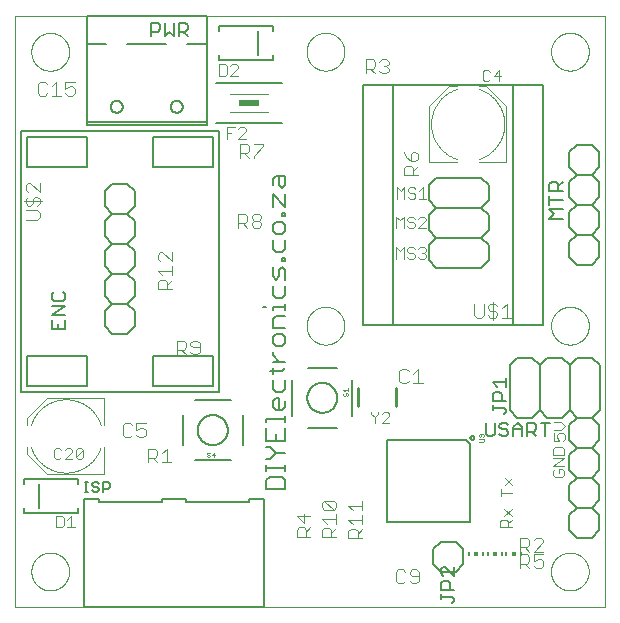
<source format=gto>
G75*
%MOIN*%
%OFA0B0*%
%FSLAX25Y25*%
%IPPOS*%
%LPD*%
%AMOC8*
5,1,8,0,0,1.08239X$1,22.5*
%
%ADD10C,0.00000*%
%ADD11C,0.00300*%
%ADD12C,0.00500*%
%ADD13C,0.00400*%
%ADD14C,0.00800*%
%ADD15C,0.00600*%
%ADD16C,0.00276*%
%ADD17R,0.07087X0.02362*%
%ADD18R,0.04331X0.02362*%
%ADD19C,0.00700*%
%ADD20R,0.00591X0.01181*%
%ADD21R,0.01181X0.01181*%
%ADD22C,0.00100*%
%ADD23C,0.00866*%
%ADD24R,0.00394X0.05906*%
%ADD25R,0.00394X0.07087*%
%ADD26R,0.00394X0.06693*%
%ADD27R,0.00394X0.06299*%
%ADD28R,0.00394X0.05512*%
%ADD29R,0.00394X0.05118*%
%ADD30R,0.00394X0.04331*%
%ADD31R,0.00394X0.01575*%
%ADD32R,0.00394X0.08661*%
%ADD33R,0.00394X0.12992*%
%ADD34R,0.00394X0.14961*%
%ADD35R,0.00394X0.01181*%
%ADD36R,0.00394X0.13780*%
%ADD37R,0.00394X0.14173*%
%ADD38R,0.00394X0.14567*%
%ADD39R,0.00394X0.13386*%
%ADD40R,0.00394X0.12205*%
%ADD41R,0.00394X0.11417*%
%ADD42R,0.00394X0.10630*%
%ADD43R,0.00394X0.09843*%
%ADD44R,0.00394X0.09055*%
%ADD45R,0.00394X0.01969*%
%ADD46R,0.00394X0.07480*%
%ADD47R,0.00394X0.04724*%
D10*
X0002600Y0002600D02*
X0002600Y0199450D01*
X0199450Y0199450D01*
X0199450Y0002600D01*
X0002600Y0002600D01*
X0008112Y0014411D02*
X0008114Y0014569D01*
X0008120Y0014727D01*
X0008130Y0014885D01*
X0008144Y0015043D01*
X0008162Y0015200D01*
X0008183Y0015357D01*
X0008209Y0015513D01*
X0008239Y0015669D01*
X0008272Y0015824D01*
X0008310Y0015977D01*
X0008351Y0016130D01*
X0008396Y0016282D01*
X0008445Y0016433D01*
X0008498Y0016582D01*
X0008554Y0016730D01*
X0008614Y0016876D01*
X0008678Y0017021D01*
X0008746Y0017164D01*
X0008817Y0017306D01*
X0008891Y0017446D01*
X0008969Y0017583D01*
X0009051Y0017719D01*
X0009135Y0017853D01*
X0009224Y0017984D01*
X0009315Y0018113D01*
X0009410Y0018240D01*
X0009507Y0018365D01*
X0009608Y0018487D01*
X0009712Y0018606D01*
X0009819Y0018723D01*
X0009929Y0018837D01*
X0010042Y0018948D01*
X0010157Y0019057D01*
X0010275Y0019162D01*
X0010396Y0019264D01*
X0010519Y0019364D01*
X0010645Y0019460D01*
X0010773Y0019553D01*
X0010903Y0019643D01*
X0011036Y0019729D01*
X0011171Y0019813D01*
X0011307Y0019892D01*
X0011446Y0019969D01*
X0011587Y0020041D01*
X0011729Y0020111D01*
X0011873Y0020176D01*
X0012019Y0020238D01*
X0012166Y0020296D01*
X0012315Y0020351D01*
X0012465Y0020402D01*
X0012616Y0020449D01*
X0012768Y0020492D01*
X0012921Y0020531D01*
X0013076Y0020567D01*
X0013231Y0020598D01*
X0013387Y0020626D01*
X0013543Y0020650D01*
X0013700Y0020670D01*
X0013858Y0020686D01*
X0014015Y0020698D01*
X0014174Y0020706D01*
X0014332Y0020710D01*
X0014490Y0020710D01*
X0014648Y0020706D01*
X0014807Y0020698D01*
X0014964Y0020686D01*
X0015122Y0020670D01*
X0015279Y0020650D01*
X0015435Y0020626D01*
X0015591Y0020598D01*
X0015746Y0020567D01*
X0015901Y0020531D01*
X0016054Y0020492D01*
X0016206Y0020449D01*
X0016357Y0020402D01*
X0016507Y0020351D01*
X0016656Y0020296D01*
X0016803Y0020238D01*
X0016949Y0020176D01*
X0017093Y0020111D01*
X0017235Y0020041D01*
X0017376Y0019969D01*
X0017515Y0019892D01*
X0017651Y0019813D01*
X0017786Y0019729D01*
X0017919Y0019643D01*
X0018049Y0019553D01*
X0018177Y0019460D01*
X0018303Y0019364D01*
X0018426Y0019264D01*
X0018547Y0019162D01*
X0018665Y0019057D01*
X0018780Y0018948D01*
X0018893Y0018837D01*
X0019003Y0018723D01*
X0019110Y0018606D01*
X0019214Y0018487D01*
X0019315Y0018365D01*
X0019412Y0018240D01*
X0019507Y0018113D01*
X0019598Y0017984D01*
X0019687Y0017853D01*
X0019771Y0017719D01*
X0019853Y0017583D01*
X0019931Y0017446D01*
X0020005Y0017306D01*
X0020076Y0017164D01*
X0020144Y0017021D01*
X0020208Y0016876D01*
X0020268Y0016730D01*
X0020324Y0016582D01*
X0020377Y0016433D01*
X0020426Y0016282D01*
X0020471Y0016130D01*
X0020512Y0015977D01*
X0020550Y0015824D01*
X0020583Y0015669D01*
X0020613Y0015513D01*
X0020639Y0015357D01*
X0020660Y0015200D01*
X0020678Y0015043D01*
X0020692Y0014885D01*
X0020702Y0014727D01*
X0020708Y0014569D01*
X0020710Y0014411D01*
X0020708Y0014253D01*
X0020702Y0014095D01*
X0020692Y0013937D01*
X0020678Y0013779D01*
X0020660Y0013622D01*
X0020639Y0013465D01*
X0020613Y0013309D01*
X0020583Y0013153D01*
X0020550Y0012998D01*
X0020512Y0012845D01*
X0020471Y0012692D01*
X0020426Y0012540D01*
X0020377Y0012389D01*
X0020324Y0012240D01*
X0020268Y0012092D01*
X0020208Y0011946D01*
X0020144Y0011801D01*
X0020076Y0011658D01*
X0020005Y0011516D01*
X0019931Y0011376D01*
X0019853Y0011239D01*
X0019771Y0011103D01*
X0019687Y0010969D01*
X0019598Y0010838D01*
X0019507Y0010709D01*
X0019412Y0010582D01*
X0019315Y0010457D01*
X0019214Y0010335D01*
X0019110Y0010216D01*
X0019003Y0010099D01*
X0018893Y0009985D01*
X0018780Y0009874D01*
X0018665Y0009765D01*
X0018547Y0009660D01*
X0018426Y0009558D01*
X0018303Y0009458D01*
X0018177Y0009362D01*
X0018049Y0009269D01*
X0017919Y0009179D01*
X0017786Y0009093D01*
X0017651Y0009009D01*
X0017515Y0008930D01*
X0017376Y0008853D01*
X0017235Y0008781D01*
X0017093Y0008711D01*
X0016949Y0008646D01*
X0016803Y0008584D01*
X0016656Y0008526D01*
X0016507Y0008471D01*
X0016357Y0008420D01*
X0016206Y0008373D01*
X0016054Y0008330D01*
X0015901Y0008291D01*
X0015746Y0008255D01*
X0015591Y0008224D01*
X0015435Y0008196D01*
X0015279Y0008172D01*
X0015122Y0008152D01*
X0014964Y0008136D01*
X0014807Y0008124D01*
X0014648Y0008116D01*
X0014490Y0008112D01*
X0014332Y0008112D01*
X0014174Y0008116D01*
X0014015Y0008124D01*
X0013858Y0008136D01*
X0013700Y0008152D01*
X0013543Y0008172D01*
X0013387Y0008196D01*
X0013231Y0008224D01*
X0013076Y0008255D01*
X0012921Y0008291D01*
X0012768Y0008330D01*
X0012616Y0008373D01*
X0012465Y0008420D01*
X0012315Y0008471D01*
X0012166Y0008526D01*
X0012019Y0008584D01*
X0011873Y0008646D01*
X0011729Y0008711D01*
X0011587Y0008781D01*
X0011446Y0008853D01*
X0011307Y0008930D01*
X0011171Y0009009D01*
X0011036Y0009093D01*
X0010903Y0009179D01*
X0010773Y0009269D01*
X0010645Y0009362D01*
X0010519Y0009458D01*
X0010396Y0009558D01*
X0010275Y0009660D01*
X0010157Y0009765D01*
X0010042Y0009874D01*
X0009929Y0009985D01*
X0009819Y0010099D01*
X0009712Y0010216D01*
X0009608Y0010335D01*
X0009507Y0010457D01*
X0009410Y0010582D01*
X0009315Y0010709D01*
X0009224Y0010838D01*
X0009135Y0010969D01*
X0009051Y0011103D01*
X0008969Y0011239D01*
X0008891Y0011376D01*
X0008817Y0011516D01*
X0008746Y0011658D01*
X0008678Y0011801D01*
X0008614Y0011946D01*
X0008554Y0012092D01*
X0008498Y0012240D01*
X0008445Y0012389D01*
X0008396Y0012540D01*
X0008351Y0012692D01*
X0008310Y0012845D01*
X0008272Y0012998D01*
X0008239Y0013153D01*
X0008209Y0013309D01*
X0008183Y0013465D01*
X0008162Y0013622D01*
X0008144Y0013779D01*
X0008130Y0013937D01*
X0008120Y0014095D01*
X0008114Y0014253D01*
X0008112Y0014411D01*
X0099868Y0096356D02*
X0099870Y0096514D01*
X0099876Y0096672D01*
X0099886Y0096830D01*
X0099900Y0096988D01*
X0099918Y0097145D01*
X0099939Y0097302D01*
X0099965Y0097458D01*
X0099995Y0097614D01*
X0100028Y0097769D01*
X0100066Y0097922D01*
X0100107Y0098075D01*
X0100152Y0098227D01*
X0100201Y0098378D01*
X0100254Y0098527D01*
X0100310Y0098675D01*
X0100370Y0098821D01*
X0100434Y0098966D01*
X0100502Y0099109D01*
X0100573Y0099251D01*
X0100647Y0099391D01*
X0100725Y0099528D01*
X0100807Y0099664D01*
X0100891Y0099798D01*
X0100980Y0099929D01*
X0101071Y0100058D01*
X0101166Y0100185D01*
X0101263Y0100310D01*
X0101364Y0100432D01*
X0101468Y0100551D01*
X0101575Y0100668D01*
X0101685Y0100782D01*
X0101798Y0100893D01*
X0101913Y0101002D01*
X0102031Y0101107D01*
X0102152Y0101209D01*
X0102275Y0101309D01*
X0102401Y0101405D01*
X0102529Y0101498D01*
X0102659Y0101588D01*
X0102792Y0101674D01*
X0102927Y0101758D01*
X0103063Y0101837D01*
X0103202Y0101914D01*
X0103343Y0101986D01*
X0103485Y0102056D01*
X0103629Y0102121D01*
X0103775Y0102183D01*
X0103922Y0102241D01*
X0104071Y0102296D01*
X0104221Y0102347D01*
X0104372Y0102394D01*
X0104524Y0102437D01*
X0104677Y0102476D01*
X0104832Y0102512D01*
X0104987Y0102543D01*
X0105143Y0102571D01*
X0105299Y0102595D01*
X0105456Y0102615D01*
X0105614Y0102631D01*
X0105771Y0102643D01*
X0105930Y0102651D01*
X0106088Y0102655D01*
X0106246Y0102655D01*
X0106404Y0102651D01*
X0106563Y0102643D01*
X0106720Y0102631D01*
X0106878Y0102615D01*
X0107035Y0102595D01*
X0107191Y0102571D01*
X0107347Y0102543D01*
X0107502Y0102512D01*
X0107657Y0102476D01*
X0107810Y0102437D01*
X0107962Y0102394D01*
X0108113Y0102347D01*
X0108263Y0102296D01*
X0108412Y0102241D01*
X0108559Y0102183D01*
X0108705Y0102121D01*
X0108849Y0102056D01*
X0108991Y0101986D01*
X0109132Y0101914D01*
X0109271Y0101837D01*
X0109407Y0101758D01*
X0109542Y0101674D01*
X0109675Y0101588D01*
X0109805Y0101498D01*
X0109933Y0101405D01*
X0110059Y0101309D01*
X0110182Y0101209D01*
X0110303Y0101107D01*
X0110421Y0101002D01*
X0110536Y0100893D01*
X0110649Y0100782D01*
X0110759Y0100668D01*
X0110866Y0100551D01*
X0110970Y0100432D01*
X0111071Y0100310D01*
X0111168Y0100185D01*
X0111263Y0100058D01*
X0111354Y0099929D01*
X0111443Y0099798D01*
X0111527Y0099664D01*
X0111609Y0099528D01*
X0111687Y0099391D01*
X0111761Y0099251D01*
X0111832Y0099109D01*
X0111900Y0098966D01*
X0111964Y0098821D01*
X0112024Y0098675D01*
X0112080Y0098527D01*
X0112133Y0098378D01*
X0112182Y0098227D01*
X0112227Y0098075D01*
X0112268Y0097922D01*
X0112306Y0097769D01*
X0112339Y0097614D01*
X0112369Y0097458D01*
X0112395Y0097302D01*
X0112416Y0097145D01*
X0112434Y0096988D01*
X0112448Y0096830D01*
X0112458Y0096672D01*
X0112464Y0096514D01*
X0112466Y0096356D01*
X0112464Y0096198D01*
X0112458Y0096040D01*
X0112448Y0095882D01*
X0112434Y0095724D01*
X0112416Y0095567D01*
X0112395Y0095410D01*
X0112369Y0095254D01*
X0112339Y0095098D01*
X0112306Y0094943D01*
X0112268Y0094790D01*
X0112227Y0094637D01*
X0112182Y0094485D01*
X0112133Y0094334D01*
X0112080Y0094185D01*
X0112024Y0094037D01*
X0111964Y0093891D01*
X0111900Y0093746D01*
X0111832Y0093603D01*
X0111761Y0093461D01*
X0111687Y0093321D01*
X0111609Y0093184D01*
X0111527Y0093048D01*
X0111443Y0092914D01*
X0111354Y0092783D01*
X0111263Y0092654D01*
X0111168Y0092527D01*
X0111071Y0092402D01*
X0110970Y0092280D01*
X0110866Y0092161D01*
X0110759Y0092044D01*
X0110649Y0091930D01*
X0110536Y0091819D01*
X0110421Y0091710D01*
X0110303Y0091605D01*
X0110182Y0091503D01*
X0110059Y0091403D01*
X0109933Y0091307D01*
X0109805Y0091214D01*
X0109675Y0091124D01*
X0109542Y0091038D01*
X0109407Y0090954D01*
X0109271Y0090875D01*
X0109132Y0090798D01*
X0108991Y0090726D01*
X0108849Y0090656D01*
X0108705Y0090591D01*
X0108559Y0090529D01*
X0108412Y0090471D01*
X0108263Y0090416D01*
X0108113Y0090365D01*
X0107962Y0090318D01*
X0107810Y0090275D01*
X0107657Y0090236D01*
X0107502Y0090200D01*
X0107347Y0090169D01*
X0107191Y0090141D01*
X0107035Y0090117D01*
X0106878Y0090097D01*
X0106720Y0090081D01*
X0106563Y0090069D01*
X0106404Y0090061D01*
X0106246Y0090057D01*
X0106088Y0090057D01*
X0105930Y0090061D01*
X0105771Y0090069D01*
X0105614Y0090081D01*
X0105456Y0090097D01*
X0105299Y0090117D01*
X0105143Y0090141D01*
X0104987Y0090169D01*
X0104832Y0090200D01*
X0104677Y0090236D01*
X0104524Y0090275D01*
X0104372Y0090318D01*
X0104221Y0090365D01*
X0104071Y0090416D01*
X0103922Y0090471D01*
X0103775Y0090529D01*
X0103629Y0090591D01*
X0103485Y0090656D01*
X0103343Y0090726D01*
X0103202Y0090798D01*
X0103063Y0090875D01*
X0102927Y0090954D01*
X0102792Y0091038D01*
X0102659Y0091124D01*
X0102529Y0091214D01*
X0102401Y0091307D01*
X0102275Y0091403D01*
X0102152Y0091503D01*
X0102031Y0091605D01*
X0101913Y0091710D01*
X0101798Y0091819D01*
X0101685Y0091930D01*
X0101575Y0092044D01*
X0101468Y0092161D01*
X0101364Y0092280D01*
X0101263Y0092402D01*
X0101166Y0092527D01*
X0101071Y0092654D01*
X0100980Y0092783D01*
X0100891Y0092914D01*
X0100807Y0093048D01*
X0100725Y0093184D01*
X0100647Y0093321D01*
X0100573Y0093461D01*
X0100502Y0093603D01*
X0100434Y0093746D01*
X0100370Y0093891D01*
X0100310Y0094037D01*
X0100254Y0094185D01*
X0100201Y0094334D01*
X0100152Y0094485D01*
X0100107Y0094637D01*
X0100066Y0094790D01*
X0100028Y0094943D01*
X0099995Y0095098D01*
X0099965Y0095254D01*
X0099939Y0095410D01*
X0099918Y0095567D01*
X0099900Y0095724D01*
X0099886Y0095882D01*
X0099876Y0096040D01*
X0099870Y0096198D01*
X0099868Y0096356D01*
X0181364Y0096356D02*
X0181366Y0096514D01*
X0181372Y0096672D01*
X0181382Y0096830D01*
X0181396Y0096988D01*
X0181414Y0097145D01*
X0181435Y0097302D01*
X0181461Y0097458D01*
X0181491Y0097614D01*
X0181524Y0097769D01*
X0181562Y0097922D01*
X0181603Y0098075D01*
X0181648Y0098227D01*
X0181697Y0098378D01*
X0181750Y0098527D01*
X0181806Y0098675D01*
X0181866Y0098821D01*
X0181930Y0098966D01*
X0181998Y0099109D01*
X0182069Y0099251D01*
X0182143Y0099391D01*
X0182221Y0099528D01*
X0182303Y0099664D01*
X0182387Y0099798D01*
X0182476Y0099929D01*
X0182567Y0100058D01*
X0182662Y0100185D01*
X0182759Y0100310D01*
X0182860Y0100432D01*
X0182964Y0100551D01*
X0183071Y0100668D01*
X0183181Y0100782D01*
X0183294Y0100893D01*
X0183409Y0101002D01*
X0183527Y0101107D01*
X0183648Y0101209D01*
X0183771Y0101309D01*
X0183897Y0101405D01*
X0184025Y0101498D01*
X0184155Y0101588D01*
X0184288Y0101674D01*
X0184423Y0101758D01*
X0184559Y0101837D01*
X0184698Y0101914D01*
X0184839Y0101986D01*
X0184981Y0102056D01*
X0185125Y0102121D01*
X0185271Y0102183D01*
X0185418Y0102241D01*
X0185567Y0102296D01*
X0185717Y0102347D01*
X0185868Y0102394D01*
X0186020Y0102437D01*
X0186173Y0102476D01*
X0186328Y0102512D01*
X0186483Y0102543D01*
X0186639Y0102571D01*
X0186795Y0102595D01*
X0186952Y0102615D01*
X0187110Y0102631D01*
X0187267Y0102643D01*
X0187426Y0102651D01*
X0187584Y0102655D01*
X0187742Y0102655D01*
X0187900Y0102651D01*
X0188059Y0102643D01*
X0188216Y0102631D01*
X0188374Y0102615D01*
X0188531Y0102595D01*
X0188687Y0102571D01*
X0188843Y0102543D01*
X0188998Y0102512D01*
X0189153Y0102476D01*
X0189306Y0102437D01*
X0189458Y0102394D01*
X0189609Y0102347D01*
X0189759Y0102296D01*
X0189908Y0102241D01*
X0190055Y0102183D01*
X0190201Y0102121D01*
X0190345Y0102056D01*
X0190487Y0101986D01*
X0190628Y0101914D01*
X0190767Y0101837D01*
X0190903Y0101758D01*
X0191038Y0101674D01*
X0191171Y0101588D01*
X0191301Y0101498D01*
X0191429Y0101405D01*
X0191555Y0101309D01*
X0191678Y0101209D01*
X0191799Y0101107D01*
X0191917Y0101002D01*
X0192032Y0100893D01*
X0192145Y0100782D01*
X0192255Y0100668D01*
X0192362Y0100551D01*
X0192466Y0100432D01*
X0192567Y0100310D01*
X0192664Y0100185D01*
X0192759Y0100058D01*
X0192850Y0099929D01*
X0192939Y0099798D01*
X0193023Y0099664D01*
X0193105Y0099528D01*
X0193183Y0099391D01*
X0193257Y0099251D01*
X0193328Y0099109D01*
X0193396Y0098966D01*
X0193460Y0098821D01*
X0193520Y0098675D01*
X0193576Y0098527D01*
X0193629Y0098378D01*
X0193678Y0098227D01*
X0193723Y0098075D01*
X0193764Y0097922D01*
X0193802Y0097769D01*
X0193835Y0097614D01*
X0193865Y0097458D01*
X0193891Y0097302D01*
X0193912Y0097145D01*
X0193930Y0096988D01*
X0193944Y0096830D01*
X0193954Y0096672D01*
X0193960Y0096514D01*
X0193962Y0096356D01*
X0193960Y0096198D01*
X0193954Y0096040D01*
X0193944Y0095882D01*
X0193930Y0095724D01*
X0193912Y0095567D01*
X0193891Y0095410D01*
X0193865Y0095254D01*
X0193835Y0095098D01*
X0193802Y0094943D01*
X0193764Y0094790D01*
X0193723Y0094637D01*
X0193678Y0094485D01*
X0193629Y0094334D01*
X0193576Y0094185D01*
X0193520Y0094037D01*
X0193460Y0093891D01*
X0193396Y0093746D01*
X0193328Y0093603D01*
X0193257Y0093461D01*
X0193183Y0093321D01*
X0193105Y0093184D01*
X0193023Y0093048D01*
X0192939Y0092914D01*
X0192850Y0092783D01*
X0192759Y0092654D01*
X0192664Y0092527D01*
X0192567Y0092402D01*
X0192466Y0092280D01*
X0192362Y0092161D01*
X0192255Y0092044D01*
X0192145Y0091930D01*
X0192032Y0091819D01*
X0191917Y0091710D01*
X0191799Y0091605D01*
X0191678Y0091503D01*
X0191555Y0091403D01*
X0191429Y0091307D01*
X0191301Y0091214D01*
X0191171Y0091124D01*
X0191038Y0091038D01*
X0190903Y0090954D01*
X0190767Y0090875D01*
X0190628Y0090798D01*
X0190487Y0090726D01*
X0190345Y0090656D01*
X0190201Y0090591D01*
X0190055Y0090529D01*
X0189908Y0090471D01*
X0189759Y0090416D01*
X0189609Y0090365D01*
X0189458Y0090318D01*
X0189306Y0090275D01*
X0189153Y0090236D01*
X0188998Y0090200D01*
X0188843Y0090169D01*
X0188687Y0090141D01*
X0188531Y0090117D01*
X0188374Y0090097D01*
X0188216Y0090081D01*
X0188059Y0090069D01*
X0187900Y0090061D01*
X0187742Y0090057D01*
X0187584Y0090057D01*
X0187426Y0090061D01*
X0187267Y0090069D01*
X0187110Y0090081D01*
X0186952Y0090097D01*
X0186795Y0090117D01*
X0186639Y0090141D01*
X0186483Y0090169D01*
X0186328Y0090200D01*
X0186173Y0090236D01*
X0186020Y0090275D01*
X0185868Y0090318D01*
X0185717Y0090365D01*
X0185567Y0090416D01*
X0185418Y0090471D01*
X0185271Y0090529D01*
X0185125Y0090591D01*
X0184981Y0090656D01*
X0184839Y0090726D01*
X0184698Y0090798D01*
X0184559Y0090875D01*
X0184423Y0090954D01*
X0184288Y0091038D01*
X0184155Y0091124D01*
X0184025Y0091214D01*
X0183897Y0091307D01*
X0183771Y0091403D01*
X0183648Y0091503D01*
X0183527Y0091605D01*
X0183409Y0091710D01*
X0183294Y0091819D01*
X0183181Y0091930D01*
X0183071Y0092044D01*
X0182964Y0092161D01*
X0182860Y0092280D01*
X0182759Y0092402D01*
X0182662Y0092527D01*
X0182567Y0092654D01*
X0182476Y0092783D01*
X0182387Y0092914D01*
X0182303Y0093048D01*
X0182221Y0093184D01*
X0182143Y0093321D01*
X0182069Y0093461D01*
X0181998Y0093603D01*
X0181930Y0093746D01*
X0181866Y0093891D01*
X0181806Y0094037D01*
X0181750Y0094185D01*
X0181697Y0094334D01*
X0181648Y0094485D01*
X0181603Y0094637D01*
X0181562Y0094790D01*
X0181524Y0094943D01*
X0181491Y0095098D01*
X0181461Y0095254D01*
X0181435Y0095410D01*
X0181414Y0095567D01*
X0181396Y0095724D01*
X0181382Y0095882D01*
X0181372Y0096040D01*
X0181366Y0096198D01*
X0181364Y0096356D01*
X0181340Y0014411D02*
X0181342Y0014569D01*
X0181348Y0014727D01*
X0181358Y0014885D01*
X0181372Y0015043D01*
X0181390Y0015200D01*
X0181411Y0015357D01*
X0181437Y0015513D01*
X0181467Y0015669D01*
X0181500Y0015824D01*
X0181538Y0015977D01*
X0181579Y0016130D01*
X0181624Y0016282D01*
X0181673Y0016433D01*
X0181726Y0016582D01*
X0181782Y0016730D01*
X0181842Y0016876D01*
X0181906Y0017021D01*
X0181974Y0017164D01*
X0182045Y0017306D01*
X0182119Y0017446D01*
X0182197Y0017583D01*
X0182279Y0017719D01*
X0182363Y0017853D01*
X0182452Y0017984D01*
X0182543Y0018113D01*
X0182638Y0018240D01*
X0182735Y0018365D01*
X0182836Y0018487D01*
X0182940Y0018606D01*
X0183047Y0018723D01*
X0183157Y0018837D01*
X0183270Y0018948D01*
X0183385Y0019057D01*
X0183503Y0019162D01*
X0183624Y0019264D01*
X0183747Y0019364D01*
X0183873Y0019460D01*
X0184001Y0019553D01*
X0184131Y0019643D01*
X0184264Y0019729D01*
X0184399Y0019813D01*
X0184535Y0019892D01*
X0184674Y0019969D01*
X0184815Y0020041D01*
X0184957Y0020111D01*
X0185101Y0020176D01*
X0185247Y0020238D01*
X0185394Y0020296D01*
X0185543Y0020351D01*
X0185693Y0020402D01*
X0185844Y0020449D01*
X0185996Y0020492D01*
X0186149Y0020531D01*
X0186304Y0020567D01*
X0186459Y0020598D01*
X0186615Y0020626D01*
X0186771Y0020650D01*
X0186928Y0020670D01*
X0187086Y0020686D01*
X0187243Y0020698D01*
X0187402Y0020706D01*
X0187560Y0020710D01*
X0187718Y0020710D01*
X0187876Y0020706D01*
X0188035Y0020698D01*
X0188192Y0020686D01*
X0188350Y0020670D01*
X0188507Y0020650D01*
X0188663Y0020626D01*
X0188819Y0020598D01*
X0188974Y0020567D01*
X0189129Y0020531D01*
X0189282Y0020492D01*
X0189434Y0020449D01*
X0189585Y0020402D01*
X0189735Y0020351D01*
X0189884Y0020296D01*
X0190031Y0020238D01*
X0190177Y0020176D01*
X0190321Y0020111D01*
X0190463Y0020041D01*
X0190604Y0019969D01*
X0190743Y0019892D01*
X0190879Y0019813D01*
X0191014Y0019729D01*
X0191147Y0019643D01*
X0191277Y0019553D01*
X0191405Y0019460D01*
X0191531Y0019364D01*
X0191654Y0019264D01*
X0191775Y0019162D01*
X0191893Y0019057D01*
X0192008Y0018948D01*
X0192121Y0018837D01*
X0192231Y0018723D01*
X0192338Y0018606D01*
X0192442Y0018487D01*
X0192543Y0018365D01*
X0192640Y0018240D01*
X0192735Y0018113D01*
X0192826Y0017984D01*
X0192915Y0017853D01*
X0192999Y0017719D01*
X0193081Y0017583D01*
X0193159Y0017446D01*
X0193233Y0017306D01*
X0193304Y0017164D01*
X0193372Y0017021D01*
X0193436Y0016876D01*
X0193496Y0016730D01*
X0193552Y0016582D01*
X0193605Y0016433D01*
X0193654Y0016282D01*
X0193699Y0016130D01*
X0193740Y0015977D01*
X0193778Y0015824D01*
X0193811Y0015669D01*
X0193841Y0015513D01*
X0193867Y0015357D01*
X0193888Y0015200D01*
X0193906Y0015043D01*
X0193920Y0014885D01*
X0193930Y0014727D01*
X0193936Y0014569D01*
X0193938Y0014411D01*
X0193936Y0014253D01*
X0193930Y0014095D01*
X0193920Y0013937D01*
X0193906Y0013779D01*
X0193888Y0013622D01*
X0193867Y0013465D01*
X0193841Y0013309D01*
X0193811Y0013153D01*
X0193778Y0012998D01*
X0193740Y0012845D01*
X0193699Y0012692D01*
X0193654Y0012540D01*
X0193605Y0012389D01*
X0193552Y0012240D01*
X0193496Y0012092D01*
X0193436Y0011946D01*
X0193372Y0011801D01*
X0193304Y0011658D01*
X0193233Y0011516D01*
X0193159Y0011376D01*
X0193081Y0011239D01*
X0192999Y0011103D01*
X0192915Y0010969D01*
X0192826Y0010838D01*
X0192735Y0010709D01*
X0192640Y0010582D01*
X0192543Y0010457D01*
X0192442Y0010335D01*
X0192338Y0010216D01*
X0192231Y0010099D01*
X0192121Y0009985D01*
X0192008Y0009874D01*
X0191893Y0009765D01*
X0191775Y0009660D01*
X0191654Y0009558D01*
X0191531Y0009458D01*
X0191405Y0009362D01*
X0191277Y0009269D01*
X0191147Y0009179D01*
X0191014Y0009093D01*
X0190879Y0009009D01*
X0190743Y0008930D01*
X0190604Y0008853D01*
X0190463Y0008781D01*
X0190321Y0008711D01*
X0190177Y0008646D01*
X0190031Y0008584D01*
X0189884Y0008526D01*
X0189735Y0008471D01*
X0189585Y0008420D01*
X0189434Y0008373D01*
X0189282Y0008330D01*
X0189129Y0008291D01*
X0188974Y0008255D01*
X0188819Y0008224D01*
X0188663Y0008196D01*
X0188507Y0008172D01*
X0188350Y0008152D01*
X0188192Y0008136D01*
X0188035Y0008124D01*
X0187876Y0008116D01*
X0187718Y0008112D01*
X0187560Y0008112D01*
X0187402Y0008116D01*
X0187243Y0008124D01*
X0187086Y0008136D01*
X0186928Y0008152D01*
X0186771Y0008172D01*
X0186615Y0008196D01*
X0186459Y0008224D01*
X0186304Y0008255D01*
X0186149Y0008291D01*
X0185996Y0008330D01*
X0185844Y0008373D01*
X0185693Y0008420D01*
X0185543Y0008471D01*
X0185394Y0008526D01*
X0185247Y0008584D01*
X0185101Y0008646D01*
X0184957Y0008711D01*
X0184815Y0008781D01*
X0184674Y0008853D01*
X0184535Y0008930D01*
X0184399Y0009009D01*
X0184264Y0009093D01*
X0184131Y0009179D01*
X0184001Y0009269D01*
X0183873Y0009362D01*
X0183747Y0009458D01*
X0183624Y0009558D01*
X0183503Y0009660D01*
X0183385Y0009765D01*
X0183270Y0009874D01*
X0183157Y0009985D01*
X0183047Y0010099D01*
X0182940Y0010216D01*
X0182836Y0010335D01*
X0182735Y0010457D01*
X0182638Y0010582D01*
X0182543Y0010709D01*
X0182452Y0010838D01*
X0182363Y0010969D01*
X0182279Y0011103D01*
X0182197Y0011239D01*
X0182119Y0011376D01*
X0182045Y0011516D01*
X0181974Y0011658D01*
X0181906Y0011801D01*
X0181842Y0011946D01*
X0181782Y0012092D01*
X0181726Y0012240D01*
X0181673Y0012389D01*
X0181624Y0012540D01*
X0181579Y0012692D01*
X0181538Y0012845D01*
X0181500Y0012998D01*
X0181467Y0013153D01*
X0181437Y0013309D01*
X0181411Y0013465D01*
X0181390Y0013622D01*
X0181372Y0013779D01*
X0181358Y0013937D01*
X0181348Y0014095D01*
X0181342Y0014253D01*
X0181340Y0014411D01*
X0181364Y0187694D02*
X0181366Y0187852D01*
X0181372Y0188010D01*
X0181382Y0188168D01*
X0181396Y0188326D01*
X0181414Y0188483D01*
X0181435Y0188640D01*
X0181461Y0188796D01*
X0181491Y0188952D01*
X0181524Y0189107D01*
X0181562Y0189260D01*
X0181603Y0189413D01*
X0181648Y0189565D01*
X0181697Y0189716D01*
X0181750Y0189865D01*
X0181806Y0190013D01*
X0181866Y0190159D01*
X0181930Y0190304D01*
X0181998Y0190447D01*
X0182069Y0190589D01*
X0182143Y0190729D01*
X0182221Y0190866D01*
X0182303Y0191002D01*
X0182387Y0191136D01*
X0182476Y0191267D01*
X0182567Y0191396D01*
X0182662Y0191523D01*
X0182759Y0191648D01*
X0182860Y0191770D01*
X0182964Y0191889D01*
X0183071Y0192006D01*
X0183181Y0192120D01*
X0183294Y0192231D01*
X0183409Y0192340D01*
X0183527Y0192445D01*
X0183648Y0192547D01*
X0183771Y0192647D01*
X0183897Y0192743D01*
X0184025Y0192836D01*
X0184155Y0192926D01*
X0184288Y0193012D01*
X0184423Y0193096D01*
X0184559Y0193175D01*
X0184698Y0193252D01*
X0184839Y0193324D01*
X0184981Y0193394D01*
X0185125Y0193459D01*
X0185271Y0193521D01*
X0185418Y0193579D01*
X0185567Y0193634D01*
X0185717Y0193685D01*
X0185868Y0193732D01*
X0186020Y0193775D01*
X0186173Y0193814D01*
X0186328Y0193850D01*
X0186483Y0193881D01*
X0186639Y0193909D01*
X0186795Y0193933D01*
X0186952Y0193953D01*
X0187110Y0193969D01*
X0187267Y0193981D01*
X0187426Y0193989D01*
X0187584Y0193993D01*
X0187742Y0193993D01*
X0187900Y0193989D01*
X0188059Y0193981D01*
X0188216Y0193969D01*
X0188374Y0193953D01*
X0188531Y0193933D01*
X0188687Y0193909D01*
X0188843Y0193881D01*
X0188998Y0193850D01*
X0189153Y0193814D01*
X0189306Y0193775D01*
X0189458Y0193732D01*
X0189609Y0193685D01*
X0189759Y0193634D01*
X0189908Y0193579D01*
X0190055Y0193521D01*
X0190201Y0193459D01*
X0190345Y0193394D01*
X0190487Y0193324D01*
X0190628Y0193252D01*
X0190767Y0193175D01*
X0190903Y0193096D01*
X0191038Y0193012D01*
X0191171Y0192926D01*
X0191301Y0192836D01*
X0191429Y0192743D01*
X0191555Y0192647D01*
X0191678Y0192547D01*
X0191799Y0192445D01*
X0191917Y0192340D01*
X0192032Y0192231D01*
X0192145Y0192120D01*
X0192255Y0192006D01*
X0192362Y0191889D01*
X0192466Y0191770D01*
X0192567Y0191648D01*
X0192664Y0191523D01*
X0192759Y0191396D01*
X0192850Y0191267D01*
X0192939Y0191136D01*
X0193023Y0191002D01*
X0193105Y0190866D01*
X0193183Y0190729D01*
X0193257Y0190589D01*
X0193328Y0190447D01*
X0193396Y0190304D01*
X0193460Y0190159D01*
X0193520Y0190013D01*
X0193576Y0189865D01*
X0193629Y0189716D01*
X0193678Y0189565D01*
X0193723Y0189413D01*
X0193764Y0189260D01*
X0193802Y0189107D01*
X0193835Y0188952D01*
X0193865Y0188796D01*
X0193891Y0188640D01*
X0193912Y0188483D01*
X0193930Y0188326D01*
X0193944Y0188168D01*
X0193954Y0188010D01*
X0193960Y0187852D01*
X0193962Y0187694D01*
X0193960Y0187536D01*
X0193954Y0187378D01*
X0193944Y0187220D01*
X0193930Y0187062D01*
X0193912Y0186905D01*
X0193891Y0186748D01*
X0193865Y0186592D01*
X0193835Y0186436D01*
X0193802Y0186281D01*
X0193764Y0186128D01*
X0193723Y0185975D01*
X0193678Y0185823D01*
X0193629Y0185672D01*
X0193576Y0185523D01*
X0193520Y0185375D01*
X0193460Y0185229D01*
X0193396Y0185084D01*
X0193328Y0184941D01*
X0193257Y0184799D01*
X0193183Y0184659D01*
X0193105Y0184522D01*
X0193023Y0184386D01*
X0192939Y0184252D01*
X0192850Y0184121D01*
X0192759Y0183992D01*
X0192664Y0183865D01*
X0192567Y0183740D01*
X0192466Y0183618D01*
X0192362Y0183499D01*
X0192255Y0183382D01*
X0192145Y0183268D01*
X0192032Y0183157D01*
X0191917Y0183048D01*
X0191799Y0182943D01*
X0191678Y0182841D01*
X0191555Y0182741D01*
X0191429Y0182645D01*
X0191301Y0182552D01*
X0191171Y0182462D01*
X0191038Y0182376D01*
X0190903Y0182292D01*
X0190767Y0182213D01*
X0190628Y0182136D01*
X0190487Y0182064D01*
X0190345Y0181994D01*
X0190201Y0181929D01*
X0190055Y0181867D01*
X0189908Y0181809D01*
X0189759Y0181754D01*
X0189609Y0181703D01*
X0189458Y0181656D01*
X0189306Y0181613D01*
X0189153Y0181574D01*
X0188998Y0181538D01*
X0188843Y0181507D01*
X0188687Y0181479D01*
X0188531Y0181455D01*
X0188374Y0181435D01*
X0188216Y0181419D01*
X0188059Y0181407D01*
X0187900Y0181399D01*
X0187742Y0181395D01*
X0187584Y0181395D01*
X0187426Y0181399D01*
X0187267Y0181407D01*
X0187110Y0181419D01*
X0186952Y0181435D01*
X0186795Y0181455D01*
X0186639Y0181479D01*
X0186483Y0181507D01*
X0186328Y0181538D01*
X0186173Y0181574D01*
X0186020Y0181613D01*
X0185868Y0181656D01*
X0185717Y0181703D01*
X0185567Y0181754D01*
X0185418Y0181809D01*
X0185271Y0181867D01*
X0185125Y0181929D01*
X0184981Y0181994D01*
X0184839Y0182064D01*
X0184698Y0182136D01*
X0184559Y0182213D01*
X0184423Y0182292D01*
X0184288Y0182376D01*
X0184155Y0182462D01*
X0184025Y0182552D01*
X0183897Y0182645D01*
X0183771Y0182741D01*
X0183648Y0182841D01*
X0183527Y0182943D01*
X0183409Y0183048D01*
X0183294Y0183157D01*
X0183181Y0183268D01*
X0183071Y0183382D01*
X0182964Y0183499D01*
X0182860Y0183618D01*
X0182759Y0183740D01*
X0182662Y0183865D01*
X0182567Y0183992D01*
X0182476Y0184121D01*
X0182387Y0184252D01*
X0182303Y0184386D01*
X0182221Y0184522D01*
X0182143Y0184659D01*
X0182069Y0184799D01*
X0181998Y0184941D01*
X0181930Y0185084D01*
X0181866Y0185229D01*
X0181806Y0185375D01*
X0181750Y0185523D01*
X0181697Y0185672D01*
X0181648Y0185823D01*
X0181603Y0185975D01*
X0181562Y0186128D01*
X0181524Y0186281D01*
X0181491Y0186436D01*
X0181461Y0186592D01*
X0181435Y0186748D01*
X0181414Y0186905D01*
X0181396Y0187062D01*
X0181382Y0187220D01*
X0181372Y0187378D01*
X0181366Y0187536D01*
X0181364Y0187694D01*
X0099868Y0187694D02*
X0099870Y0187852D01*
X0099876Y0188010D01*
X0099886Y0188168D01*
X0099900Y0188326D01*
X0099918Y0188483D01*
X0099939Y0188640D01*
X0099965Y0188796D01*
X0099995Y0188952D01*
X0100028Y0189107D01*
X0100066Y0189260D01*
X0100107Y0189413D01*
X0100152Y0189565D01*
X0100201Y0189716D01*
X0100254Y0189865D01*
X0100310Y0190013D01*
X0100370Y0190159D01*
X0100434Y0190304D01*
X0100502Y0190447D01*
X0100573Y0190589D01*
X0100647Y0190729D01*
X0100725Y0190866D01*
X0100807Y0191002D01*
X0100891Y0191136D01*
X0100980Y0191267D01*
X0101071Y0191396D01*
X0101166Y0191523D01*
X0101263Y0191648D01*
X0101364Y0191770D01*
X0101468Y0191889D01*
X0101575Y0192006D01*
X0101685Y0192120D01*
X0101798Y0192231D01*
X0101913Y0192340D01*
X0102031Y0192445D01*
X0102152Y0192547D01*
X0102275Y0192647D01*
X0102401Y0192743D01*
X0102529Y0192836D01*
X0102659Y0192926D01*
X0102792Y0193012D01*
X0102927Y0193096D01*
X0103063Y0193175D01*
X0103202Y0193252D01*
X0103343Y0193324D01*
X0103485Y0193394D01*
X0103629Y0193459D01*
X0103775Y0193521D01*
X0103922Y0193579D01*
X0104071Y0193634D01*
X0104221Y0193685D01*
X0104372Y0193732D01*
X0104524Y0193775D01*
X0104677Y0193814D01*
X0104832Y0193850D01*
X0104987Y0193881D01*
X0105143Y0193909D01*
X0105299Y0193933D01*
X0105456Y0193953D01*
X0105614Y0193969D01*
X0105771Y0193981D01*
X0105930Y0193989D01*
X0106088Y0193993D01*
X0106246Y0193993D01*
X0106404Y0193989D01*
X0106563Y0193981D01*
X0106720Y0193969D01*
X0106878Y0193953D01*
X0107035Y0193933D01*
X0107191Y0193909D01*
X0107347Y0193881D01*
X0107502Y0193850D01*
X0107657Y0193814D01*
X0107810Y0193775D01*
X0107962Y0193732D01*
X0108113Y0193685D01*
X0108263Y0193634D01*
X0108412Y0193579D01*
X0108559Y0193521D01*
X0108705Y0193459D01*
X0108849Y0193394D01*
X0108991Y0193324D01*
X0109132Y0193252D01*
X0109271Y0193175D01*
X0109407Y0193096D01*
X0109542Y0193012D01*
X0109675Y0192926D01*
X0109805Y0192836D01*
X0109933Y0192743D01*
X0110059Y0192647D01*
X0110182Y0192547D01*
X0110303Y0192445D01*
X0110421Y0192340D01*
X0110536Y0192231D01*
X0110649Y0192120D01*
X0110759Y0192006D01*
X0110866Y0191889D01*
X0110970Y0191770D01*
X0111071Y0191648D01*
X0111168Y0191523D01*
X0111263Y0191396D01*
X0111354Y0191267D01*
X0111443Y0191136D01*
X0111527Y0191002D01*
X0111609Y0190866D01*
X0111687Y0190729D01*
X0111761Y0190589D01*
X0111832Y0190447D01*
X0111900Y0190304D01*
X0111964Y0190159D01*
X0112024Y0190013D01*
X0112080Y0189865D01*
X0112133Y0189716D01*
X0112182Y0189565D01*
X0112227Y0189413D01*
X0112268Y0189260D01*
X0112306Y0189107D01*
X0112339Y0188952D01*
X0112369Y0188796D01*
X0112395Y0188640D01*
X0112416Y0188483D01*
X0112434Y0188326D01*
X0112448Y0188168D01*
X0112458Y0188010D01*
X0112464Y0187852D01*
X0112466Y0187694D01*
X0112464Y0187536D01*
X0112458Y0187378D01*
X0112448Y0187220D01*
X0112434Y0187062D01*
X0112416Y0186905D01*
X0112395Y0186748D01*
X0112369Y0186592D01*
X0112339Y0186436D01*
X0112306Y0186281D01*
X0112268Y0186128D01*
X0112227Y0185975D01*
X0112182Y0185823D01*
X0112133Y0185672D01*
X0112080Y0185523D01*
X0112024Y0185375D01*
X0111964Y0185229D01*
X0111900Y0185084D01*
X0111832Y0184941D01*
X0111761Y0184799D01*
X0111687Y0184659D01*
X0111609Y0184522D01*
X0111527Y0184386D01*
X0111443Y0184252D01*
X0111354Y0184121D01*
X0111263Y0183992D01*
X0111168Y0183865D01*
X0111071Y0183740D01*
X0110970Y0183618D01*
X0110866Y0183499D01*
X0110759Y0183382D01*
X0110649Y0183268D01*
X0110536Y0183157D01*
X0110421Y0183048D01*
X0110303Y0182943D01*
X0110182Y0182841D01*
X0110059Y0182741D01*
X0109933Y0182645D01*
X0109805Y0182552D01*
X0109675Y0182462D01*
X0109542Y0182376D01*
X0109407Y0182292D01*
X0109271Y0182213D01*
X0109132Y0182136D01*
X0108991Y0182064D01*
X0108849Y0181994D01*
X0108705Y0181929D01*
X0108559Y0181867D01*
X0108412Y0181809D01*
X0108263Y0181754D01*
X0108113Y0181703D01*
X0107962Y0181656D01*
X0107810Y0181613D01*
X0107657Y0181574D01*
X0107502Y0181538D01*
X0107347Y0181507D01*
X0107191Y0181479D01*
X0107035Y0181455D01*
X0106878Y0181435D01*
X0106720Y0181419D01*
X0106563Y0181407D01*
X0106404Y0181399D01*
X0106246Y0181395D01*
X0106088Y0181395D01*
X0105930Y0181399D01*
X0105771Y0181407D01*
X0105614Y0181419D01*
X0105456Y0181435D01*
X0105299Y0181455D01*
X0105143Y0181479D01*
X0104987Y0181507D01*
X0104832Y0181538D01*
X0104677Y0181574D01*
X0104524Y0181613D01*
X0104372Y0181656D01*
X0104221Y0181703D01*
X0104071Y0181754D01*
X0103922Y0181809D01*
X0103775Y0181867D01*
X0103629Y0181929D01*
X0103485Y0181994D01*
X0103343Y0182064D01*
X0103202Y0182136D01*
X0103063Y0182213D01*
X0102927Y0182292D01*
X0102792Y0182376D01*
X0102659Y0182462D01*
X0102529Y0182552D01*
X0102401Y0182645D01*
X0102275Y0182741D01*
X0102152Y0182841D01*
X0102031Y0182943D01*
X0101913Y0183048D01*
X0101798Y0183157D01*
X0101685Y0183268D01*
X0101575Y0183382D01*
X0101468Y0183499D01*
X0101364Y0183618D01*
X0101263Y0183740D01*
X0101166Y0183865D01*
X0101071Y0183992D01*
X0100980Y0184121D01*
X0100891Y0184252D01*
X0100807Y0184386D01*
X0100725Y0184522D01*
X0100647Y0184659D01*
X0100573Y0184799D01*
X0100502Y0184941D01*
X0100434Y0185084D01*
X0100370Y0185229D01*
X0100310Y0185375D01*
X0100254Y0185523D01*
X0100201Y0185672D01*
X0100152Y0185823D01*
X0100107Y0185975D01*
X0100066Y0186128D01*
X0100028Y0186281D01*
X0099995Y0186436D01*
X0099965Y0186592D01*
X0099939Y0186748D01*
X0099918Y0186905D01*
X0099900Y0187062D01*
X0099886Y0187220D01*
X0099876Y0187378D01*
X0099870Y0187536D01*
X0099868Y0187694D01*
X0008112Y0187639D02*
X0008114Y0187797D01*
X0008120Y0187955D01*
X0008130Y0188113D01*
X0008144Y0188271D01*
X0008162Y0188428D01*
X0008183Y0188585D01*
X0008209Y0188741D01*
X0008239Y0188897D01*
X0008272Y0189052D01*
X0008310Y0189205D01*
X0008351Y0189358D01*
X0008396Y0189510D01*
X0008445Y0189661D01*
X0008498Y0189810D01*
X0008554Y0189958D01*
X0008614Y0190104D01*
X0008678Y0190249D01*
X0008746Y0190392D01*
X0008817Y0190534D01*
X0008891Y0190674D01*
X0008969Y0190811D01*
X0009051Y0190947D01*
X0009135Y0191081D01*
X0009224Y0191212D01*
X0009315Y0191341D01*
X0009410Y0191468D01*
X0009507Y0191593D01*
X0009608Y0191715D01*
X0009712Y0191834D01*
X0009819Y0191951D01*
X0009929Y0192065D01*
X0010042Y0192176D01*
X0010157Y0192285D01*
X0010275Y0192390D01*
X0010396Y0192492D01*
X0010519Y0192592D01*
X0010645Y0192688D01*
X0010773Y0192781D01*
X0010903Y0192871D01*
X0011036Y0192957D01*
X0011171Y0193041D01*
X0011307Y0193120D01*
X0011446Y0193197D01*
X0011587Y0193269D01*
X0011729Y0193339D01*
X0011873Y0193404D01*
X0012019Y0193466D01*
X0012166Y0193524D01*
X0012315Y0193579D01*
X0012465Y0193630D01*
X0012616Y0193677D01*
X0012768Y0193720D01*
X0012921Y0193759D01*
X0013076Y0193795D01*
X0013231Y0193826D01*
X0013387Y0193854D01*
X0013543Y0193878D01*
X0013700Y0193898D01*
X0013858Y0193914D01*
X0014015Y0193926D01*
X0014174Y0193934D01*
X0014332Y0193938D01*
X0014490Y0193938D01*
X0014648Y0193934D01*
X0014807Y0193926D01*
X0014964Y0193914D01*
X0015122Y0193898D01*
X0015279Y0193878D01*
X0015435Y0193854D01*
X0015591Y0193826D01*
X0015746Y0193795D01*
X0015901Y0193759D01*
X0016054Y0193720D01*
X0016206Y0193677D01*
X0016357Y0193630D01*
X0016507Y0193579D01*
X0016656Y0193524D01*
X0016803Y0193466D01*
X0016949Y0193404D01*
X0017093Y0193339D01*
X0017235Y0193269D01*
X0017376Y0193197D01*
X0017515Y0193120D01*
X0017651Y0193041D01*
X0017786Y0192957D01*
X0017919Y0192871D01*
X0018049Y0192781D01*
X0018177Y0192688D01*
X0018303Y0192592D01*
X0018426Y0192492D01*
X0018547Y0192390D01*
X0018665Y0192285D01*
X0018780Y0192176D01*
X0018893Y0192065D01*
X0019003Y0191951D01*
X0019110Y0191834D01*
X0019214Y0191715D01*
X0019315Y0191593D01*
X0019412Y0191468D01*
X0019507Y0191341D01*
X0019598Y0191212D01*
X0019687Y0191081D01*
X0019771Y0190947D01*
X0019853Y0190811D01*
X0019931Y0190674D01*
X0020005Y0190534D01*
X0020076Y0190392D01*
X0020144Y0190249D01*
X0020208Y0190104D01*
X0020268Y0189958D01*
X0020324Y0189810D01*
X0020377Y0189661D01*
X0020426Y0189510D01*
X0020471Y0189358D01*
X0020512Y0189205D01*
X0020550Y0189052D01*
X0020583Y0188897D01*
X0020613Y0188741D01*
X0020639Y0188585D01*
X0020660Y0188428D01*
X0020678Y0188271D01*
X0020692Y0188113D01*
X0020702Y0187955D01*
X0020708Y0187797D01*
X0020710Y0187639D01*
X0020708Y0187481D01*
X0020702Y0187323D01*
X0020692Y0187165D01*
X0020678Y0187007D01*
X0020660Y0186850D01*
X0020639Y0186693D01*
X0020613Y0186537D01*
X0020583Y0186381D01*
X0020550Y0186226D01*
X0020512Y0186073D01*
X0020471Y0185920D01*
X0020426Y0185768D01*
X0020377Y0185617D01*
X0020324Y0185468D01*
X0020268Y0185320D01*
X0020208Y0185174D01*
X0020144Y0185029D01*
X0020076Y0184886D01*
X0020005Y0184744D01*
X0019931Y0184604D01*
X0019853Y0184467D01*
X0019771Y0184331D01*
X0019687Y0184197D01*
X0019598Y0184066D01*
X0019507Y0183937D01*
X0019412Y0183810D01*
X0019315Y0183685D01*
X0019214Y0183563D01*
X0019110Y0183444D01*
X0019003Y0183327D01*
X0018893Y0183213D01*
X0018780Y0183102D01*
X0018665Y0182993D01*
X0018547Y0182888D01*
X0018426Y0182786D01*
X0018303Y0182686D01*
X0018177Y0182590D01*
X0018049Y0182497D01*
X0017919Y0182407D01*
X0017786Y0182321D01*
X0017651Y0182237D01*
X0017515Y0182158D01*
X0017376Y0182081D01*
X0017235Y0182009D01*
X0017093Y0181939D01*
X0016949Y0181874D01*
X0016803Y0181812D01*
X0016656Y0181754D01*
X0016507Y0181699D01*
X0016357Y0181648D01*
X0016206Y0181601D01*
X0016054Y0181558D01*
X0015901Y0181519D01*
X0015746Y0181483D01*
X0015591Y0181452D01*
X0015435Y0181424D01*
X0015279Y0181400D01*
X0015122Y0181380D01*
X0014964Y0181364D01*
X0014807Y0181352D01*
X0014648Y0181344D01*
X0014490Y0181340D01*
X0014332Y0181340D01*
X0014174Y0181344D01*
X0014015Y0181352D01*
X0013858Y0181364D01*
X0013700Y0181380D01*
X0013543Y0181400D01*
X0013387Y0181424D01*
X0013231Y0181452D01*
X0013076Y0181483D01*
X0012921Y0181519D01*
X0012768Y0181558D01*
X0012616Y0181601D01*
X0012465Y0181648D01*
X0012315Y0181699D01*
X0012166Y0181754D01*
X0012019Y0181812D01*
X0011873Y0181874D01*
X0011729Y0181939D01*
X0011587Y0182009D01*
X0011446Y0182081D01*
X0011307Y0182158D01*
X0011171Y0182237D01*
X0011036Y0182321D01*
X0010903Y0182407D01*
X0010773Y0182497D01*
X0010645Y0182590D01*
X0010519Y0182686D01*
X0010396Y0182786D01*
X0010275Y0182888D01*
X0010157Y0182993D01*
X0010042Y0183102D01*
X0009929Y0183213D01*
X0009819Y0183327D01*
X0009712Y0183444D01*
X0009608Y0183563D01*
X0009507Y0183685D01*
X0009410Y0183810D01*
X0009315Y0183937D01*
X0009224Y0184066D01*
X0009135Y0184197D01*
X0009051Y0184331D01*
X0008969Y0184467D01*
X0008891Y0184604D01*
X0008817Y0184744D01*
X0008746Y0184886D01*
X0008678Y0185029D01*
X0008614Y0185174D01*
X0008554Y0185320D01*
X0008498Y0185468D01*
X0008445Y0185617D01*
X0008396Y0185768D01*
X0008351Y0185920D01*
X0008310Y0186073D01*
X0008272Y0186226D01*
X0008239Y0186381D01*
X0008209Y0186537D01*
X0008183Y0186693D01*
X0008162Y0186850D01*
X0008144Y0187007D01*
X0008130Y0187165D01*
X0008120Y0187323D01*
X0008114Y0187481D01*
X0008112Y0187639D01*
D11*
X0070750Y0183453D02*
X0070750Y0179750D01*
X0072602Y0179750D01*
X0073219Y0180367D01*
X0073219Y0182836D01*
X0072602Y0183453D01*
X0070750Y0183453D01*
X0074433Y0182836D02*
X0075050Y0183453D01*
X0076285Y0183453D01*
X0076902Y0182836D01*
X0076902Y0182219D01*
X0074433Y0179750D01*
X0076902Y0179750D01*
X0077737Y0162453D02*
X0077120Y0161836D01*
X0077737Y0162453D02*
X0078972Y0162453D01*
X0079589Y0161836D01*
X0079589Y0161219D01*
X0077120Y0158750D01*
X0079589Y0158750D01*
X0075906Y0162453D02*
X0073437Y0162453D01*
X0073437Y0158750D01*
X0073437Y0160602D02*
X0074671Y0160602D01*
X0130000Y0142453D02*
X0130000Y0138750D01*
X0132469Y0138750D02*
X0132469Y0142453D01*
X0131234Y0141219D01*
X0130000Y0142453D01*
X0133683Y0141836D02*
X0133683Y0141219D01*
X0134300Y0140602D01*
X0135535Y0140602D01*
X0136152Y0139984D01*
X0136152Y0139367D01*
X0135535Y0138750D01*
X0134300Y0138750D01*
X0133683Y0139367D01*
X0137366Y0138750D02*
X0139835Y0138750D01*
X0138601Y0138750D02*
X0138601Y0142453D01*
X0137366Y0141219D01*
X0136152Y0141836D02*
X0135535Y0142453D01*
X0134300Y0142453D01*
X0133683Y0141836D01*
X0134050Y0132703D02*
X0133433Y0132086D01*
X0133433Y0131469D01*
X0134050Y0130852D01*
X0135285Y0130852D01*
X0135902Y0130234D01*
X0135902Y0129617D01*
X0135285Y0129000D01*
X0134050Y0129000D01*
X0133433Y0129617D01*
X0132219Y0129000D02*
X0132219Y0132703D01*
X0130984Y0131469D01*
X0129750Y0132703D01*
X0129750Y0129000D01*
X0134050Y0132703D02*
X0135285Y0132703D01*
X0135902Y0132086D01*
X0137116Y0132086D02*
X0137733Y0132703D01*
X0138968Y0132703D01*
X0139585Y0132086D01*
X0139585Y0131469D01*
X0137116Y0129000D01*
X0139585Y0129000D01*
X0138968Y0122453D02*
X0139585Y0121836D01*
X0139585Y0121219D01*
X0138968Y0120602D01*
X0139585Y0119984D01*
X0139585Y0119367D01*
X0138968Y0118750D01*
X0137733Y0118750D01*
X0137116Y0119367D01*
X0135902Y0119367D02*
X0135285Y0118750D01*
X0134050Y0118750D01*
X0133433Y0119367D01*
X0132219Y0118750D02*
X0132219Y0122453D01*
X0130984Y0121219D01*
X0129750Y0122453D01*
X0129750Y0118750D01*
X0133433Y0121219D02*
X0133433Y0121836D01*
X0134050Y0122453D01*
X0135285Y0122453D01*
X0135902Y0121836D01*
X0137116Y0121836D02*
X0137733Y0122453D01*
X0138968Y0122453D01*
X0138968Y0120602D02*
X0138351Y0120602D01*
X0135902Y0119984D02*
X0135902Y0119367D01*
X0135902Y0119984D02*
X0135285Y0120602D01*
X0134050Y0120602D01*
X0133433Y0121219D01*
X0126877Y0067638D02*
X0125643Y0067638D01*
X0125026Y0067021D01*
X0123811Y0067021D02*
X0123811Y0067638D01*
X0123811Y0067021D02*
X0122577Y0065787D01*
X0122577Y0063935D01*
X0122577Y0065787D02*
X0121342Y0067021D01*
X0121342Y0067638D01*
X0125026Y0063935D02*
X0127494Y0066404D01*
X0127494Y0067021D01*
X0126877Y0067638D01*
X0127494Y0063935D02*
X0125026Y0063935D01*
X0164747Y0041969D02*
X0164747Y0039500D01*
X0164747Y0040734D02*
X0168450Y0040734D01*
X0168450Y0043183D02*
X0165981Y0045652D01*
X0165981Y0043183D02*
X0168450Y0045652D01*
X0168200Y0035402D02*
X0165731Y0032933D01*
X0165114Y0031719D02*
X0166348Y0031719D01*
X0166966Y0031102D01*
X0166966Y0029250D01*
X0168200Y0029250D02*
X0164497Y0029250D01*
X0164497Y0031102D01*
X0165114Y0031719D01*
X0166966Y0030484D02*
X0168200Y0031719D01*
X0168200Y0032933D02*
X0165731Y0035402D01*
X0181997Y0046617D02*
X0182614Y0046000D01*
X0185083Y0046000D01*
X0185700Y0046617D01*
X0185700Y0047852D01*
X0185083Y0048469D01*
X0183848Y0048469D01*
X0183848Y0047234D01*
X0182614Y0048469D02*
X0181997Y0047852D01*
X0181997Y0046617D01*
X0181997Y0049683D02*
X0185700Y0052152D01*
X0181997Y0052152D01*
X0181997Y0053366D02*
X0181997Y0055218D01*
X0182614Y0055835D01*
X0185083Y0055835D01*
X0185700Y0055218D01*
X0185700Y0053366D01*
X0181997Y0053366D01*
X0181997Y0049683D02*
X0185700Y0049683D01*
X0185333Y0058000D02*
X0185950Y0058617D01*
X0185950Y0059852D01*
X0185333Y0060469D01*
X0184098Y0060469D01*
X0183481Y0059852D01*
X0183481Y0059234D01*
X0184098Y0058000D01*
X0182247Y0058000D01*
X0182247Y0060469D01*
X0182247Y0061683D02*
X0184716Y0061683D01*
X0185950Y0062918D01*
X0184716Y0064152D01*
X0182247Y0064152D01*
X0164058Y0177813D02*
X0164058Y0181516D01*
X0162207Y0179665D01*
X0164675Y0179665D01*
X0160992Y0180899D02*
X0160375Y0181516D01*
X0159141Y0181516D01*
X0158523Y0180899D01*
X0158523Y0178430D01*
X0159141Y0177813D01*
X0160375Y0177813D01*
X0160992Y0178430D01*
X0025425Y0054899D02*
X0025425Y0052430D01*
X0024808Y0051813D01*
X0023574Y0051813D01*
X0022957Y0052430D01*
X0025425Y0054899D01*
X0024808Y0055516D01*
X0023574Y0055516D01*
X0022957Y0054899D01*
X0022957Y0052430D01*
X0021742Y0051813D02*
X0019273Y0051813D01*
X0021742Y0054282D01*
X0021742Y0054899D01*
X0021125Y0055516D01*
X0019891Y0055516D01*
X0019273Y0054899D01*
X0018059Y0054899D02*
X0017442Y0055516D01*
X0016208Y0055516D01*
X0015590Y0054899D01*
X0015590Y0052430D01*
X0016208Y0051813D01*
X0017442Y0051813D01*
X0018059Y0052430D01*
X0018235Y0032953D02*
X0016384Y0032953D01*
X0016384Y0029250D01*
X0018235Y0029250D01*
X0018852Y0029867D01*
X0018852Y0032336D01*
X0018235Y0032953D01*
X0020067Y0031719D02*
X0021301Y0032953D01*
X0021301Y0029250D01*
X0020067Y0029250D02*
X0022536Y0029250D01*
D12*
X0004600Y0074100D02*
X0004600Y0161100D01*
X0070600Y0161100D01*
X0070600Y0074100D01*
X0004600Y0074100D01*
X0006600Y0076100D02*
X0026600Y0076100D01*
X0026600Y0086100D01*
X0006600Y0086100D01*
X0006600Y0076100D01*
X0014896Y0095300D02*
X0019400Y0095300D01*
X0019400Y0098303D01*
X0019400Y0099904D02*
X0014896Y0099904D01*
X0019400Y0102906D01*
X0014896Y0102906D01*
X0015647Y0104508D02*
X0018649Y0104508D01*
X0019400Y0105258D01*
X0019400Y0106760D01*
X0018649Y0107510D01*
X0015647Y0107510D02*
X0014896Y0106760D01*
X0014896Y0105258D01*
X0015647Y0104508D01*
X0014896Y0098303D02*
X0014896Y0095300D01*
X0017148Y0095300D02*
X0017148Y0096801D01*
X0048600Y0086100D02*
X0048600Y0076100D01*
X0068600Y0076100D01*
X0068600Y0086100D01*
X0048600Y0086100D01*
X0085477Y0102627D02*
X0086495Y0102627D01*
X0088530Y0102627D02*
X0092600Y0102627D01*
X0092600Y0103644D02*
X0092600Y0101609D01*
X0092600Y0099602D02*
X0089547Y0099602D01*
X0088530Y0098584D01*
X0088530Y0095532D01*
X0092600Y0095532D01*
X0091582Y0093525D02*
X0089547Y0093525D01*
X0088530Y0092507D01*
X0088530Y0090472D01*
X0089547Y0089455D01*
X0091582Y0089455D01*
X0092600Y0090472D01*
X0092600Y0092507D01*
X0091582Y0093525D01*
X0088530Y0087443D02*
X0088530Y0086425D01*
X0090565Y0084390D01*
X0092600Y0084390D02*
X0088530Y0084390D01*
X0088530Y0082374D02*
X0088530Y0080339D01*
X0087512Y0081356D02*
X0091582Y0081356D01*
X0092600Y0082374D01*
X0092600Y0078332D02*
X0092600Y0075279D01*
X0091582Y0074262D01*
X0089547Y0074262D01*
X0088530Y0075279D01*
X0088530Y0078332D01*
X0089547Y0072255D02*
X0088530Y0071237D01*
X0088530Y0069202D01*
X0089547Y0068184D01*
X0091582Y0068184D01*
X0092600Y0069202D01*
X0092600Y0071237D01*
X0090565Y0072255D02*
X0090565Y0068184D01*
X0092600Y0066168D02*
X0092600Y0064133D01*
X0092600Y0065151D02*
X0086495Y0065151D01*
X0086495Y0064133D01*
X0086495Y0062126D02*
X0086495Y0058056D01*
X0092600Y0058056D01*
X0092600Y0062126D01*
X0089547Y0060091D02*
X0089547Y0058056D01*
X0087512Y0056049D02*
X0086495Y0056049D01*
X0087512Y0056049D02*
X0089547Y0054014D01*
X0092600Y0054014D01*
X0089547Y0054014D02*
X0087512Y0051979D01*
X0086495Y0051979D01*
X0086495Y0049962D02*
X0086495Y0047927D01*
X0086495Y0048945D02*
X0092600Y0048945D01*
X0092600Y0049962D02*
X0092600Y0047927D01*
X0091582Y0045920D02*
X0087512Y0045920D01*
X0086495Y0044903D01*
X0086495Y0041850D01*
X0092600Y0041850D01*
X0092600Y0044903D01*
X0091582Y0045920D01*
X0090565Y0072255D02*
X0089547Y0072255D01*
X0118600Y0096600D02*
X0128600Y0096600D01*
X0128600Y0176600D01*
X0118600Y0176600D01*
X0118600Y0096600D01*
X0128600Y0096600D02*
X0168600Y0096600D01*
X0168600Y0176600D01*
X0128600Y0176600D01*
X0091625Y0177337D02*
X0069575Y0177337D01*
X0069575Y0163863D02*
X0091625Y0163863D01*
X0092600Y0146194D02*
X0089547Y0146194D01*
X0088530Y0145176D01*
X0088530Y0143141D01*
X0090565Y0143141D02*
X0090565Y0146194D01*
X0092600Y0146194D02*
X0092600Y0143141D01*
X0091582Y0142124D01*
X0090565Y0143141D01*
X0092600Y0140117D02*
X0092600Y0136046D01*
X0088530Y0140117D01*
X0088530Y0136046D01*
X0091582Y0134025D02*
X0091582Y0133008D01*
X0092600Y0133008D01*
X0092600Y0134025D01*
X0091582Y0134025D01*
X0091582Y0131001D02*
X0089547Y0131001D01*
X0088530Y0129983D01*
X0088530Y0127948D01*
X0089547Y0126931D01*
X0091582Y0126931D01*
X0092600Y0127948D01*
X0092600Y0129983D01*
X0091582Y0131001D01*
X0092600Y0124924D02*
X0092600Y0121871D01*
X0091582Y0120853D01*
X0089547Y0120853D01*
X0088530Y0121871D01*
X0088530Y0124924D01*
X0091582Y0118832D02*
X0092600Y0118832D01*
X0092600Y0117815D01*
X0091582Y0117815D01*
X0091582Y0118832D01*
X0091582Y0115808D02*
X0090565Y0114790D01*
X0090565Y0112755D01*
X0089547Y0111738D01*
X0088530Y0112755D01*
X0088530Y0115808D01*
X0091582Y0115808D02*
X0092600Y0114790D01*
X0092600Y0111738D01*
X0092600Y0109731D02*
X0092600Y0106678D01*
X0091582Y0105660D01*
X0089547Y0105660D01*
X0088530Y0106678D01*
X0088530Y0109731D01*
X0088530Y0102627D02*
X0088530Y0101609D01*
X0068600Y0149100D02*
X0048600Y0149100D01*
X0048600Y0159100D01*
X0068600Y0159100D01*
X0068600Y0149100D01*
X0026600Y0149100D02*
X0006600Y0149100D01*
X0006600Y0159100D01*
X0026600Y0159100D01*
X0026600Y0149100D01*
X0048038Y0192850D02*
X0048038Y0197354D01*
X0050290Y0197354D01*
X0051041Y0196603D01*
X0051041Y0195102D01*
X0050290Y0194351D01*
X0048038Y0194351D01*
X0052642Y0192850D02*
X0054143Y0194351D01*
X0055645Y0192850D01*
X0055645Y0197354D01*
X0057246Y0197354D02*
X0059498Y0197354D01*
X0060249Y0196603D01*
X0060249Y0195102D01*
X0059498Y0194351D01*
X0057246Y0194351D01*
X0057246Y0192850D02*
X0057246Y0197354D01*
X0058747Y0194351D02*
X0060249Y0192850D01*
X0052642Y0192850D02*
X0052642Y0197354D01*
X0168600Y0176600D02*
X0178600Y0176600D01*
X0178600Y0096600D01*
X0168600Y0096600D01*
X0166350Y0078999D02*
X0166350Y0075996D01*
X0166350Y0077497D02*
X0161846Y0077497D01*
X0163347Y0075996D01*
X0162597Y0074395D02*
X0164098Y0074395D01*
X0164849Y0073644D01*
X0164849Y0071392D01*
X0166350Y0071392D02*
X0161846Y0071392D01*
X0161846Y0073644D01*
X0162597Y0074395D01*
X0161846Y0069791D02*
X0161846Y0068289D01*
X0161846Y0069040D02*
X0165599Y0069040D01*
X0166350Y0068289D01*
X0166350Y0067539D01*
X0165599Y0066788D01*
X0164905Y0064054D02*
X0164154Y0063303D01*
X0164154Y0062553D01*
X0164905Y0061802D01*
X0166406Y0061802D01*
X0167156Y0061051D01*
X0167156Y0060301D01*
X0166406Y0059550D01*
X0164905Y0059550D01*
X0164154Y0060301D01*
X0162553Y0060301D02*
X0162553Y0064054D01*
X0164905Y0064054D02*
X0166406Y0064054D01*
X0167156Y0063303D01*
X0168758Y0062553D02*
X0170259Y0064054D01*
X0171760Y0062553D01*
X0171760Y0059550D01*
X0173362Y0059550D02*
X0173362Y0064054D01*
X0175614Y0064054D01*
X0176364Y0063303D01*
X0176364Y0061802D01*
X0175614Y0061051D01*
X0173362Y0061051D01*
X0174863Y0061051D02*
X0176364Y0059550D01*
X0179467Y0059550D02*
X0179467Y0064054D01*
X0177966Y0064054D02*
X0180968Y0064054D01*
X0171760Y0061802D02*
X0168758Y0061802D01*
X0168758Y0062553D02*
X0168758Y0059550D01*
X0162553Y0060301D02*
X0161802Y0059550D01*
X0160301Y0059550D01*
X0159550Y0060301D01*
X0159550Y0064054D01*
X0149150Y0016010D02*
X0149150Y0013008D01*
X0146147Y0016010D01*
X0145397Y0016010D01*
X0144646Y0015260D01*
X0144646Y0013758D01*
X0145397Y0013008D01*
X0145397Y0011406D02*
X0146898Y0011406D01*
X0147649Y0010656D01*
X0147649Y0008404D01*
X0149150Y0008404D02*
X0144646Y0008404D01*
X0144646Y0010656D01*
X0145397Y0011406D01*
X0144646Y0006803D02*
X0144646Y0005301D01*
X0144646Y0006052D02*
X0148399Y0006052D01*
X0149150Y0005301D01*
X0149150Y0004551D01*
X0148399Y0003800D01*
X0180796Y0132088D02*
X0182297Y0133589D01*
X0180796Y0135091D01*
X0185300Y0135091D01*
X0185300Y0132088D02*
X0180796Y0132088D01*
X0180796Y0136692D02*
X0180796Y0139695D01*
X0180796Y0138193D02*
X0185300Y0138193D01*
X0185300Y0141296D02*
X0180796Y0141296D01*
X0180796Y0143548D01*
X0181547Y0144299D01*
X0183048Y0144299D01*
X0183799Y0143548D01*
X0183799Y0141296D01*
X0183799Y0142797D02*
X0185300Y0144299D01*
D13*
X0166395Y0150805D02*
X0157340Y0150805D01*
X0149860Y0150805D02*
X0140805Y0150805D01*
X0140805Y0169702D01*
X0147498Y0176395D01*
X0149860Y0176395D01*
X0157340Y0176395D02*
X0159702Y0176395D01*
X0166395Y0169702D01*
X0166395Y0150805D01*
X0149860Y0151985D02*
X0149577Y0152080D01*
X0149296Y0152182D01*
X0149019Y0152291D01*
X0148743Y0152406D01*
X0148471Y0152528D01*
X0148202Y0152657D01*
X0147936Y0152792D01*
X0147674Y0152934D01*
X0147415Y0153082D01*
X0147159Y0153236D01*
X0146908Y0153397D01*
X0146660Y0153564D01*
X0146417Y0153736D01*
X0146178Y0153915D01*
X0145943Y0154099D01*
X0145713Y0154289D01*
X0145488Y0154485D01*
X0145268Y0154686D01*
X0145052Y0154892D01*
X0144842Y0155104D01*
X0144637Y0155320D01*
X0144437Y0155542D01*
X0144243Y0155769D01*
X0144054Y0156000D01*
X0143871Y0156235D01*
X0143694Y0156475D01*
X0143523Y0156720D01*
X0143358Y0156968D01*
X0143199Y0157221D01*
X0143046Y0157477D01*
X0142899Y0157737D01*
X0142759Y0158000D01*
X0142625Y0158267D01*
X0142498Y0158537D01*
X0142378Y0158810D01*
X0142264Y0159085D01*
X0142157Y0159364D01*
X0142057Y0159645D01*
X0141964Y0159928D01*
X0141877Y0160214D01*
X0141798Y0160502D01*
X0141726Y0160791D01*
X0141661Y0161082D01*
X0141603Y0161375D01*
X0141552Y0161669D01*
X0141508Y0161964D01*
X0141472Y0162260D01*
X0141443Y0162557D01*
X0141421Y0162855D01*
X0141406Y0163153D01*
X0141399Y0163451D01*
X0141399Y0163749D01*
X0141406Y0164047D01*
X0141421Y0164345D01*
X0141443Y0164643D01*
X0141472Y0164940D01*
X0141508Y0165236D01*
X0141552Y0165531D01*
X0141603Y0165825D01*
X0141661Y0166118D01*
X0141726Y0166409D01*
X0141798Y0166698D01*
X0141877Y0166986D01*
X0141964Y0167272D01*
X0142057Y0167555D01*
X0142157Y0167836D01*
X0142264Y0168115D01*
X0142378Y0168390D01*
X0142498Y0168663D01*
X0142625Y0168933D01*
X0142759Y0169200D01*
X0142899Y0169463D01*
X0143046Y0169723D01*
X0143199Y0169979D01*
X0143358Y0170232D01*
X0143523Y0170480D01*
X0143694Y0170725D01*
X0143871Y0170965D01*
X0144054Y0171200D01*
X0144243Y0171431D01*
X0144437Y0171658D01*
X0144637Y0171880D01*
X0144842Y0172096D01*
X0145052Y0172308D01*
X0145268Y0172514D01*
X0145488Y0172715D01*
X0145713Y0172911D01*
X0145943Y0173101D01*
X0146178Y0173285D01*
X0146417Y0173464D01*
X0146660Y0173636D01*
X0146908Y0173803D01*
X0147159Y0173964D01*
X0147415Y0174118D01*
X0147674Y0174266D01*
X0147936Y0174408D01*
X0148202Y0174543D01*
X0148471Y0174672D01*
X0148743Y0174794D01*
X0149019Y0174909D01*
X0149296Y0175018D01*
X0149577Y0175120D01*
X0149860Y0175215D01*
X0157340Y0175215D02*
X0157623Y0175120D01*
X0157904Y0175018D01*
X0158181Y0174909D01*
X0158457Y0174794D01*
X0158729Y0174672D01*
X0158998Y0174543D01*
X0159264Y0174408D01*
X0159526Y0174266D01*
X0159785Y0174118D01*
X0160041Y0173964D01*
X0160292Y0173803D01*
X0160540Y0173636D01*
X0160783Y0173464D01*
X0161022Y0173285D01*
X0161257Y0173101D01*
X0161487Y0172911D01*
X0161712Y0172715D01*
X0161932Y0172514D01*
X0162148Y0172308D01*
X0162358Y0172096D01*
X0162563Y0171880D01*
X0162763Y0171658D01*
X0162957Y0171431D01*
X0163146Y0171200D01*
X0163329Y0170965D01*
X0163506Y0170725D01*
X0163677Y0170480D01*
X0163842Y0170232D01*
X0164001Y0169979D01*
X0164154Y0169723D01*
X0164301Y0169463D01*
X0164441Y0169200D01*
X0164575Y0168933D01*
X0164702Y0168663D01*
X0164822Y0168390D01*
X0164936Y0168115D01*
X0165043Y0167836D01*
X0165143Y0167555D01*
X0165236Y0167272D01*
X0165323Y0166986D01*
X0165402Y0166698D01*
X0165474Y0166409D01*
X0165539Y0166118D01*
X0165597Y0165825D01*
X0165648Y0165531D01*
X0165692Y0165236D01*
X0165728Y0164940D01*
X0165757Y0164643D01*
X0165779Y0164345D01*
X0165794Y0164047D01*
X0165801Y0163749D01*
X0165801Y0163451D01*
X0165794Y0163153D01*
X0165779Y0162855D01*
X0165757Y0162557D01*
X0165728Y0162260D01*
X0165692Y0161964D01*
X0165648Y0161669D01*
X0165597Y0161375D01*
X0165539Y0161082D01*
X0165474Y0160791D01*
X0165402Y0160502D01*
X0165323Y0160214D01*
X0165236Y0159928D01*
X0165143Y0159645D01*
X0165043Y0159364D01*
X0164936Y0159085D01*
X0164822Y0158810D01*
X0164702Y0158537D01*
X0164575Y0158267D01*
X0164441Y0158000D01*
X0164301Y0157737D01*
X0164154Y0157477D01*
X0164001Y0157221D01*
X0163842Y0156968D01*
X0163677Y0156720D01*
X0163506Y0156475D01*
X0163329Y0156235D01*
X0163146Y0156000D01*
X0162957Y0155769D01*
X0162763Y0155542D01*
X0162563Y0155320D01*
X0162358Y0155104D01*
X0162148Y0154892D01*
X0161932Y0154686D01*
X0161712Y0154485D01*
X0161487Y0154289D01*
X0161257Y0154099D01*
X0161022Y0153915D01*
X0160783Y0153736D01*
X0160540Y0153564D01*
X0160292Y0153397D01*
X0160041Y0153236D01*
X0159785Y0153082D01*
X0159526Y0152934D01*
X0159264Y0152792D01*
X0158998Y0152657D01*
X0158729Y0152528D01*
X0158457Y0152406D01*
X0158181Y0152291D01*
X0157904Y0152182D01*
X0157623Y0152080D01*
X0157340Y0151985D01*
X0136900Y0151921D02*
X0136133Y0151154D01*
X0134598Y0151154D01*
X0134598Y0153456D01*
X0135365Y0154223D01*
X0136133Y0154223D01*
X0136900Y0153456D01*
X0136900Y0151921D01*
X0136900Y0149619D02*
X0135365Y0148085D01*
X0135365Y0148852D02*
X0135365Y0146550D01*
X0136900Y0146550D02*
X0132296Y0146550D01*
X0132296Y0148852D01*
X0133063Y0149619D01*
X0134598Y0149619D01*
X0135365Y0148852D01*
X0134598Y0151154D02*
X0133063Y0152689D01*
X0132296Y0154223D01*
X0126456Y0180550D02*
X0124921Y0180550D01*
X0124154Y0181317D01*
X0122619Y0180550D02*
X0121085Y0182085D01*
X0121852Y0182085D02*
X0119550Y0182085D01*
X0119550Y0180550D02*
X0119550Y0185154D01*
X0121852Y0185154D01*
X0122619Y0184387D01*
X0122619Y0182852D01*
X0121852Y0182085D01*
X0124154Y0184387D02*
X0124921Y0185154D01*
X0126456Y0185154D01*
X0127223Y0184387D01*
X0127223Y0183619D01*
X0126456Y0182852D01*
X0127223Y0182085D01*
X0127223Y0181317D01*
X0126456Y0180550D01*
X0126456Y0182852D02*
X0125689Y0182852D01*
X0085265Y0156904D02*
X0085265Y0156137D01*
X0082196Y0153067D01*
X0082196Y0152300D01*
X0080661Y0152300D02*
X0079127Y0153835D01*
X0079894Y0153835D02*
X0077592Y0153835D01*
X0077592Y0152300D02*
X0077592Y0156904D01*
X0079894Y0156904D01*
X0080661Y0156137D01*
X0080661Y0154602D01*
X0079894Y0153835D01*
X0082196Y0156904D02*
X0085265Y0156904D01*
X0083998Y0133654D02*
X0082463Y0133654D01*
X0081696Y0132887D01*
X0081696Y0132119D01*
X0082463Y0131352D01*
X0083998Y0131352D01*
X0084765Y0130585D01*
X0084765Y0129817D01*
X0083998Y0129050D01*
X0082463Y0129050D01*
X0081696Y0129817D01*
X0081696Y0130585D01*
X0082463Y0131352D01*
X0083998Y0131352D02*
X0084765Y0132119D01*
X0084765Y0132887D01*
X0083998Y0133654D01*
X0080161Y0132887D02*
X0080161Y0131352D01*
X0079394Y0130585D01*
X0077092Y0130585D01*
X0078627Y0130585D02*
X0080161Y0129050D01*
X0077092Y0129050D02*
X0077092Y0133654D01*
X0079394Y0133654D01*
X0080161Y0132887D01*
X0054900Y0120827D02*
X0054900Y0117758D01*
X0051831Y0120827D01*
X0051063Y0120827D01*
X0050296Y0120060D01*
X0050296Y0118525D01*
X0051063Y0117758D01*
X0050296Y0114689D02*
X0054900Y0114689D01*
X0054900Y0116223D02*
X0054900Y0113154D01*
X0054900Y0111619D02*
X0053365Y0110085D01*
X0053365Y0110852D02*
X0053365Y0108550D01*
X0054900Y0108550D02*
X0050296Y0108550D01*
X0050296Y0110852D01*
X0051063Y0111619D01*
X0052598Y0111619D01*
X0053365Y0110852D01*
X0051831Y0113154D02*
X0050296Y0114689D01*
X0056550Y0091404D02*
X0058852Y0091404D01*
X0059619Y0090637D01*
X0059619Y0089102D01*
X0058852Y0088335D01*
X0056550Y0088335D01*
X0058085Y0088335D02*
X0059619Y0086800D01*
X0061154Y0087567D02*
X0061921Y0086800D01*
X0063456Y0086800D01*
X0064223Y0087567D01*
X0064223Y0090637D01*
X0063456Y0091404D01*
X0061921Y0091404D01*
X0061154Y0090637D01*
X0061154Y0089869D01*
X0061921Y0089102D01*
X0064223Y0089102D01*
X0056550Y0086800D02*
X0056550Y0091404D01*
X0032395Y0072395D02*
X0032395Y0063340D01*
X0038550Y0063137D02*
X0038550Y0060067D01*
X0039317Y0059300D01*
X0040852Y0059300D01*
X0041619Y0060067D01*
X0043154Y0060067D02*
X0043921Y0059300D01*
X0045456Y0059300D01*
X0046223Y0060067D01*
X0046223Y0061602D01*
X0045456Y0062369D01*
X0044689Y0062369D01*
X0043154Y0061602D01*
X0043154Y0063904D01*
X0046223Y0063904D01*
X0041619Y0063137D02*
X0040852Y0063904D01*
X0039317Y0063904D01*
X0038550Y0063137D01*
X0032395Y0055860D02*
X0032395Y0046805D01*
X0013498Y0046805D01*
X0006805Y0053498D01*
X0006805Y0055860D01*
X0006805Y0063340D02*
X0006805Y0065702D01*
X0013498Y0072395D01*
X0032395Y0072395D01*
X0031215Y0055860D02*
X0031120Y0055577D01*
X0031018Y0055296D01*
X0030909Y0055019D01*
X0030794Y0054743D01*
X0030672Y0054471D01*
X0030543Y0054202D01*
X0030408Y0053936D01*
X0030266Y0053674D01*
X0030118Y0053415D01*
X0029964Y0053159D01*
X0029803Y0052908D01*
X0029636Y0052660D01*
X0029464Y0052417D01*
X0029285Y0052178D01*
X0029101Y0051943D01*
X0028911Y0051713D01*
X0028715Y0051488D01*
X0028514Y0051268D01*
X0028308Y0051052D01*
X0028096Y0050842D01*
X0027880Y0050637D01*
X0027658Y0050437D01*
X0027431Y0050243D01*
X0027200Y0050054D01*
X0026965Y0049871D01*
X0026725Y0049694D01*
X0026480Y0049523D01*
X0026232Y0049358D01*
X0025979Y0049199D01*
X0025723Y0049046D01*
X0025463Y0048899D01*
X0025200Y0048759D01*
X0024933Y0048625D01*
X0024663Y0048498D01*
X0024390Y0048378D01*
X0024115Y0048264D01*
X0023836Y0048157D01*
X0023555Y0048057D01*
X0023272Y0047964D01*
X0022986Y0047877D01*
X0022698Y0047798D01*
X0022409Y0047726D01*
X0022118Y0047661D01*
X0021825Y0047603D01*
X0021531Y0047552D01*
X0021236Y0047508D01*
X0020940Y0047472D01*
X0020643Y0047443D01*
X0020345Y0047421D01*
X0020047Y0047406D01*
X0019749Y0047399D01*
X0019451Y0047399D01*
X0019153Y0047406D01*
X0018855Y0047421D01*
X0018557Y0047443D01*
X0018260Y0047472D01*
X0017964Y0047508D01*
X0017669Y0047552D01*
X0017375Y0047603D01*
X0017082Y0047661D01*
X0016791Y0047726D01*
X0016502Y0047798D01*
X0016214Y0047877D01*
X0015928Y0047964D01*
X0015645Y0048057D01*
X0015364Y0048157D01*
X0015085Y0048264D01*
X0014810Y0048378D01*
X0014537Y0048498D01*
X0014267Y0048625D01*
X0014000Y0048759D01*
X0013737Y0048899D01*
X0013477Y0049046D01*
X0013221Y0049199D01*
X0012968Y0049358D01*
X0012720Y0049523D01*
X0012475Y0049694D01*
X0012235Y0049871D01*
X0012000Y0050054D01*
X0011769Y0050243D01*
X0011542Y0050437D01*
X0011320Y0050637D01*
X0011104Y0050842D01*
X0010892Y0051052D01*
X0010686Y0051268D01*
X0010485Y0051488D01*
X0010289Y0051713D01*
X0010099Y0051943D01*
X0009915Y0052178D01*
X0009736Y0052417D01*
X0009564Y0052660D01*
X0009397Y0052908D01*
X0009236Y0053159D01*
X0009082Y0053415D01*
X0008934Y0053674D01*
X0008792Y0053936D01*
X0008657Y0054202D01*
X0008528Y0054471D01*
X0008406Y0054743D01*
X0008291Y0055019D01*
X0008182Y0055296D01*
X0008080Y0055577D01*
X0007985Y0055860D01*
X0007985Y0063340D02*
X0008080Y0063623D01*
X0008182Y0063904D01*
X0008291Y0064181D01*
X0008406Y0064457D01*
X0008528Y0064729D01*
X0008657Y0064998D01*
X0008792Y0065264D01*
X0008934Y0065526D01*
X0009082Y0065785D01*
X0009236Y0066041D01*
X0009397Y0066292D01*
X0009564Y0066540D01*
X0009736Y0066783D01*
X0009915Y0067022D01*
X0010099Y0067257D01*
X0010289Y0067487D01*
X0010485Y0067712D01*
X0010686Y0067932D01*
X0010892Y0068148D01*
X0011104Y0068358D01*
X0011320Y0068563D01*
X0011542Y0068763D01*
X0011769Y0068957D01*
X0012000Y0069146D01*
X0012235Y0069329D01*
X0012475Y0069506D01*
X0012720Y0069677D01*
X0012968Y0069842D01*
X0013221Y0070001D01*
X0013477Y0070154D01*
X0013737Y0070301D01*
X0014000Y0070441D01*
X0014267Y0070575D01*
X0014537Y0070702D01*
X0014810Y0070822D01*
X0015085Y0070936D01*
X0015364Y0071043D01*
X0015645Y0071143D01*
X0015928Y0071236D01*
X0016214Y0071323D01*
X0016502Y0071402D01*
X0016791Y0071474D01*
X0017082Y0071539D01*
X0017375Y0071597D01*
X0017669Y0071648D01*
X0017964Y0071692D01*
X0018260Y0071728D01*
X0018557Y0071757D01*
X0018855Y0071779D01*
X0019153Y0071794D01*
X0019451Y0071801D01*
X0019749Y0071801D01*
X0020047Y0071794D01*
X0020345Y0071779D01*
X0020643Y0071757D01*
X0020940Y0071728D01*
X0021236Y0071692D01*
X0021531Y0071648D01*
X0021825Y0071597D01*
X0022118Y0071539D01*
X0022409Y0071474D01*
X0022698Y0071402D01*
X0022986Y0071323D01*
X0023272Y0071236D01*
X0023555Y0071143D01*
X0023836Y0071043D01*
X0024115Y0070936D01*
X0024390Y0070822D01*
X0024663Y0070702D01*
X0024933Y0070575D01*
X0025200Y0070441D01*
X0025463Y0070301D01*
X0025723Y0070154D01*
X0025979Y0070001D01*
X0026232Y0069842D01*
X0026480Y0069677D01*
X0026725Y0069506D01*
X0026965Y0069329D01*
X0027200Y0069146D01*
X0027431Y0068957D01*
X0027658Y0068763D01*
X0027880Y0068563D01*
X0028096Y0068358D01*
X0028308Y0068148D01*
X0028514Y0067932D01*
X0028715Y0067712D01*
X0028911Y0067487D01*
X0029101Y0067257D01*
X0029285Y0067022D01*
X0029464Y0066783D01*
X0029636Y0066540D01*
X0029803Y0066292D01*
X0029964Y0066041D01*
X0030118Y0065785D01*
X0030266Y0065526D01*
X0030408Y0065264D01*
X0030543Y0064998D01*
X0030672Y0064729D01*
X0030794Y0064457D01*
X0030909Y0064181D01*
X0031018Y0063904D01*
X0031120Y0063623D01*
X0031215Y0063340D01*
X0047092Y0055404D02*
X0047092Y0050800D01*
X0047092Y0052335D02*
X0049394Y0052335D01*
X0050161Y0053102D01*
X0050161Y0054637D01*
X0049394Y0055404D01*
X0047092Y0055404D01*
X0048627Y0052335D02*
X0050161Y0050800D01*
X0051696Y0050800D02*
X0054765Y0050800D01*
X0053231Y0050800D02*
X0053231Y0055404D01*
X0051696Y0053869D01*
X0096546Y0032956D02*
X0098848Y0030654D01*
X0098848Y0033723D01*
X0101150Y0032956D02*
X0096546Y0032956D01*
X0097313Y0029119D02*
X0096546Y0028352D01*
X0096546Y0026050D01*
X0101150Y0026050D01*
X0099615Y0026050D02*
X0099615Y0028352D01*
X0098848Y0029119D01*
X0097313Y0029119D01*
X0099615Y0027585D02*
X0101150Y0029119D01*
X0105046Y0028102D02*
X0105813Y0028869D01*
X0107348Y0028869D01*
X0108115Y0028102D01*
X0108115Y0025800D01*
X0108115Y0027335D02*
X0109650Y0028869D01*
X0109650Y0030404D02*
X0109650Y0033473D01*
X0109650Y0031939D02*
X0105046Y0031939D01*
X0106581Y0030404D01*
X0105046Y0028102D02*
X0105046Y0025800D01*
X0109650Y0025800D01*
X0113796Y0025550D02*
X0113796Y0027852D01*
X0114563Y0028619D01*
X0116098Y0028619D01*
X0116865Y0027852D01*
X0116865Y0025550D01*
X0116865Y0027085D02*
X0118400Y0028619D01*
X0118400Y0030154D02*
X0118400Y0033223D01*
X0118400Y0031689D02*
X0113796Y0031689D01*
X0115331Y0030154D01*
X0113796Y0025550D02*
X0118400Y0025550D01*
X0118400Y0034758D02*
X0118400Y0037827D01*
X0118400Y0036292D02*
X0113796Y0036292D01*
X0115331Y0034758D01*
X0109650Y0035775D02*
X0108883Y0035008D01*
X0105813Y0038077D01*
X0108883Y0038077D01*
X0109650Y0037310D01*
X0109650Y0035775D01*
X0108883Y0035008D02*
X0105813Y0035008D01*
X0105046Y0035775D01*
X0105046Y0037310D01*
X0105813Y0038077D01*
X0129592Y0014387D02*
X0129592Y0011317D01*
X0130359Y0010550D01*
X0131894Y0010550D01*
X0132661Y0011317D01*
X0134196Y0011317D02*
X0134963Y0010550D01*
X0136498Y0010550D01*
X0137265Y0011317D01*
X0137265Y0014387D01*
X0136498Y0015154D01*
X0134963Y0015154D01*
X0134196Y0014387D01*
X0134196Y0013619D01*
X0134963Y0012852D01*
X0137265Y0012852D01*
X0132661Y0014387D02*
X0131894Y0015154D01*
X0130359Y0015154D01*
X0129592Y0014387D01*
X0171092Y0015550D02*
X0171092Y0020154D01*
X0173394Y0020154D01*
X0174161Y0019387D01*
X0174161Y0017852D01*
X0173394Y0017085D01*
X0171092Y0017085D01*
X0172627Y0017085D02*
X0174161Y0015550D01*
X0175696Y0016317D02*
X0176463Y0015550D01*
X0177998Y0015550D01*
X0178765Y0016317D01*
X0178765Y0017852D01*
X0177998Y0018619D01*
X0177231Y0018619D01*
X0175696Y0017852D01*
X0175696Y0020154D01*
X0178765Y0020154D01*
X0178765Y0021050D02*
X0175696Y0021050D01*
X0178765Y0024119D01*
X0178765Y0024887D01*
X0177998Y0025654D01*
X0176463Y0025654D01*
X0175696Y0024887D01*
X0174161Y0024887D02*
X0174161Y0023352D01*
X0173394Y0022585D01*
X0171092Y0022585D01*
X0172627Y0022585D02*
X0174161Y0021050D01*
X0171092Y0021050D02*
X0171092Y0025654D01*
X0173394Y0025654D01*
X0174161Y0024887D01*
X0138515Y0077300D02*
X0135446Y0077300D01*
X0136981Y0077300D02*
X0136981Y0081904D01*
X0135446Y0080369D01*
X0133911Y0081137D02*
X0133144Y0081904D01*
X0131609Y0081904D01*
X0130842Y0081137D01*
X0130842Y0078067D01*
X0131609Y0077300D01*
X0133144Y0077300D01*
X0133911Y0078067D01*
X0155800Y0099817D02*
X0156567Y0099050D01*
X0158102Y0099050D01*
X0158869Y0099817D01*
X0158869Y0103654D01*
X0160404Y0102887D02*
X0161171Y0103654D01*
X0162706Y0103654D01*
X0163473Y0102887D01*
X0162706Y0101352D02*
X0161171Y0101352D01*
X0160404Y0102119D01*
X0160404Y0102887D01*
X0161939Y0104421D02*
X0161939Y0098283D01*
X0162706Y0099050D02*
X0161171Y0099050D01*
X0160404Y0099817D01*
X0162706Y0099050D02*
X0163473Y0099817D01*
X0163473Y0100585D01*
X0162706Y0101352D01*
X0165008Y0102119D02*
X0166542Y0103654D01*
X0166542Y0099050D01*
X0165008Y0099050D02*
X0168077Y0099050D01*
X0155800Y0099817D02*
X0155800Y0103654D01*
X0022577Y0173817D02*
X0021810Y0173050D01*
X0020275Y0173050D01*
X0019508Y0173817D01*
X0019508Y0175352D02*
X0021042Y0176119D01*
X0021810Y0176119D01*
X0022577Y0175352D01*
X0022577Y0173817D01*
X0022577Y0177654D02*
X0019508Y0177654D01*
X0019508Y0175352D01*
X0017973Y0173050D02*
X0014904Y0173050D01*
X0016439Y0173050D02*
X0016439Y0177654D01*
X0014904Y0176119D01*
X0013369Y0176887D02*
X0012602Y0177654D01*
X0011067Y0177654D01*
X0010300Y0176887D01*
X0010300Y0173817D01*
X0011067Y0173050D01*
X0012602Y0173050D01*
X0013369Y0173817D01*
X0010900Y0144015D02*
X0010900Y0140946D01*
X0007831Y0144015D01*
X0007063Y0144015D01*
X0006296Y0143248D01*
X0006296Y0141713D01*
X0007063Y0140946D01*
X0007063Y0139411D02*
X0006296Y0138644D01*
X0006296Y0137109D01*
X0007063Y0136342D01*
X0007831Y0136342D01*
X0008598Y0137109D01*
X0008598Y0138644D01*
X0009365Y0139411D01*
X0010133Y0139411D01*
X0010900Y0138644D01*
X0010900Y0137109D01*
X0010133Y0136342D01*
X0010133Y0134807D02*
X0006296Y0134807D01*
X0006296Y0131738D02*
X0010133Y0131738D01*
X0010900Y0132506D01*
X0010900Y0134040D01*
X0010133Y0134807D01*
X0011667Y0137877D02*
X0005529Y0137877D01*
D14*
X0070545Y0184891D02*
X0070545Y0186663D01*
X0070545Y0184891D02*
X0088655Y0184891D01*
X0088655Y0186663D01*
X0083537Y0186663D02*
X0083537Y0194537D01*
X0088655Y0194537D02*
X0088655Y0196309D01*
X0070545Y0196309D01*
X0070545Y0194537D01*
X0100218Y0082350D02*
X0110100Y0082350D01*
X0115100Y0078413D02*
X0115100Y0066287D01*
X0109982Y0062350D02*
X0100218Y0062350D01*
X0095100Y0066287D02*
X0095100Y0078413D01*
X0100100Y0072350D02*
X0100102Y0072491D01*
X0100108Y0072632D01*
X0100118Y0072772D01*
X0100132Y0072912D01*
X0100150Y0073052D01*
X0100171Y0073191D01*
X0100197Y0073330D01*
X0100226Y0073468D01*
X0100260Y0073604D01*
X0100297Y0073740D01*
X0100338Y0073875D01*
X0100383Y0074009D01*
X0100432Y0074141D01*
X0100484Y0074272D01*
X0100540Y0074401D01*
X0100600Y0074528D01*
X0100663Y0074654D01*
X0100729Y0074778D01*
X0100800Y0074901D01*
X0100873Y0075021D01*
X0100950Y0075139D01*
X0101030Y0075255D01*
X0101114Y0075368D01*
X0101200Y0075479D01*
X0101290Y0075588D01*
X0101383Y0075694D01*
X0101478Y0075797D01*
X0101577Y0075898D01*
X0101678Y0075996D01*
X0101782Y0076091D01*
X0101889Y0076183D01*
X0101998Y0076272D01*
X0102110Y0076357D01*
X0102224Y0076440D01*
X0102340Y0076520D01*
X0102459Y0076596D01*
X0102580Y0076668D01*
X0102702Y0076738D01*
X0102827Y0076803D01*
X0102953Y0076866D01*
X0103081Y0076924D01*
X0103211Y0076979D01*
X0103342Y0077031D01*
X0103475Y0077078D01*
X0103609Y0077122D01*
X0103744Y0077163D01*
X0103880Y0077199D01*
X0104017Y0077231D01*
X0104155Y0077260D01*
X0104293Y0077285D01*
X0104433Y0077305D01*
X0104573Y0077322D01*
X0104713Y0077335D01*
X0104854Y0077344D01*
X0104994Y0077349D01*
X0105135Y0077350D01*
X0105276Y0077347D01*
X0105417Y0077340D01*
X0105557Y0077329D01*
X0105697Y0077314D01*
X0105837Y0077295D01*
X0105976Y0077273D01*
X0106114Y0077246D01*
X0106252Y0077216D01*
X0106388Y0077181D01*
X0106524Y0077143D01*
X0106658Y0077101D01*
X0106792Y0077055D01*
X0106924Y0077006D01*
X0107054Y0076952D01*
X0107183Y0076895D01*
X0107310Y0076835D01*
X0107436Y0076771D01*
X0107559Y0076703D01*
X0107681Y0076632D01*
X0107801Y0076558D01*
X0107918Y0076480D01*
X0108033Y0076399D01*
X0108146Y0076315D01*
X0108257Y0076228D01*
X0108365Y0076137D01*
X0108470Y0076044D01*
X0108573Y0075947D01*
X0108673Y0075848D01*
X0108770Y0075746D01*
X0108864Y0075641D01*
X0108955Y0075534D01*
X0109043Y0075424D01*
X0109128Y0075312D01*
X0109210Y0075197D01*
X0109289Y0075080D01*
X0109364Y0074961D01*
X0109436Y0074840D01*
X0109504Y0074717D01*
X0109569Y0074592D01*
X0109631Y0074465D01*
X0109688Y0074336D01*
X0109743Y0074206D01*
X0109793Y0074075D01*
X0109840Y0073942D01*
X0109883Y0073808D01*
X0109922Y0073672D01*
X0109957Y0073536D01*
X0109989Y0073399D01*
X0110016Y0073261D01*
X0110040Y0073122D01*
X0110060Y0072982D01*
X0110076Y0072842D01*
X0110088Y0072702D01*
X0110096Y0072561D01*
X0110100Y0072420D01*
X0110100Y0072280D01*
X0110096Y0072139D01*
X0110088Y0071998D01*
X0110076Y0071858D01*
X0110060Y0071718D01*
X0110040Y0071578D01*
X0110016Y0071439D01*
X0109989Y0071301D01*
X0109957Y0071164D01*
X0109922Y0071028D01*
X0109883Y0070892D01*
X0109840Y0070758D01*
X0109793Y0070625D01*
X0109743Y0070494D01*
X0109688Y0070364D01*
X0109631Y0070235D01*
X0109569Y0070108D01*
X0109504Y0069983D01*
X0109436Y0069860D01*
X0109364Y0069739D01*
X0109289Y0069620D01*
X0109210Y0069503D01*
X0109128Y0069388D01*
X0109043Y0069276D01*
X0108955Y0069166D01*
X0108864Y0069059D01*
X0108770Y0068954D01*
X0108673Y0068852D01*
X0108573Y0068753D01*
X0108470Y0068656D01*
X0108365Y0068563D01*
X0108257Y0068472D01*
X0108146Y0068385D01*
X0108033Y0068301D01*
X0107918Y0068220D01*
X0107801Y0068142D01*
X0107681Y0068068D01*
X0107559Y0067997D01*
X0107436Y0067929D01*
X0107310Y0067865D01*
X0107183Y0067805D01*
X0107054Y0067748D01*
X0106924Y0067694D01*
X0106792Y0067645D01*
X0106658Y0067599D01*
X0106524Y0067557D01*
X0106388Y0067519D01*
X0106252Y0067484D01*
X0106114Y0067454D01*
X0105976Y0067427D01*
X0105837Y0067405D01*
X0105697Y0067386D01*
X0105557Y0067371D01*
X0105417Y0067360D01*
X0105276Y0067353D01*
X0105135Y0067350D01*
X0104994Y0067351D01*
X0104854Y0067356D01*
X0104713Y0067365D01*
X0104573Y0067378D01*
X0104433Y0067395D01*
X0104293Y0067415D01*
X0104155Y0067440D01*
X0104017Y0067469D01*
X0103880Y0067501D01*
X0103744Y0067537D01*
X0103609Y0067578D01*
X0103475Y0067622D01*
X0103342Y0067669D01*
X0103211Y0067721D01*
X0103081Y0067776D01*
X0102953Y0067834D01*
X0102827Y0067897D01*
X0102702Y0067962D01*
X0102580Y0068032D01*
X0102459Y0068104D01*
X0102340Y0068180D01*
X0102224Y0068260D01*
X0102110Y0068343D01*
X0101998Y0068428D01*
X0101889Y0068517D01*
X0101782Y0068609D01*
X0101678Y0068704D01*
X0101577Y0068802D01*
X0101478Y0068903D01*
X0101383Y0069006D01*
X0101290Y0069112D01*
X0101200Y0069221D01*
X0101114Y0069332D01*
X0101030Y0069445D01*
X0100950Y0069561D01*
X0100873Y0069679D01*
X0100800Y0069799D01*
X0100729Y0069922D01*
X0100663Y0070046D01*
X0100600Y0070172D01*
X0100540Y0070299D01*
X0100484Y0070428D01*
X0100432Y0070559D01*
X0100383Y0070691D01*
X0100338Y0070825D01*
X0100297Y0070960D01*
X0100260Y0071096D01*
X0100226Y0071232D01*
X0100197Y0071370D01*
X0100171Y0071509D01*
X0100150Y0071648D01*
X0100132Y0071788D01*
X0100118Y0071928D01*
X0100108Y0072068D01*
X0100102Y0072209D01*
X0100100Y0072350D01*
X0078600Y0066482D02*
X0078600Y0056600D01*
X0074663Y0051600D02*
X0062537Y0051600D01*
X0058600Y0056718D02*
X0058600Y0066482D01*
X0062537Y0071600D02*
X0074663Y0071600D01*
X0063600Y0061600D02*
X0063602Y0061741D01*
X0063608Y0061882D01*
X0063618Y0062022D01*
X0063632Y0062162D01*
X0063650Y0062302D01*
X0063671Y0062441D01*
X0063697Y0062580D01*
X0063726Y0062718D01*
X0063760Y0062854D01*
X0063797Y0062990D01*
X0063838Y0063125D01*
X0063883Y0063259D01*
X0063932Y0063391D01*
X0063984Y0063522D01*
X0064040Y0063651D01*
X0064100Y0063778D01*
X0064163Y0063904D01*
X0064229Y0064028D01*
X0064300Y0064151D01*
X0064373Y0064271D01*
X0064450Y0064389D01*
X0064530Y0064505D01*
X0064614Y0064618D01*
X0064700Y0064729D01*
X0064790Y0064838D01*
X0064883Y0064944D01*
X0064978Y0065047D01*
X0065077Y0065148D01*
X0065178Y0065246D01*
X0065282Y0065341D01*
X0065389Y0065433D01*
X0065498Y0065522D01*
X0065610Y0065607D01*
X0065724Y0065690D01*
X0065840Y0065770D01*
X0065959Y0065846D01*
X0066080Y0065918D01*
X0066202Y0065988D01*
X0066327Y0066053D01*
X0066453Y0066116D01*
X0066581Y0066174D01*
X0066711Y0066229D01*
X0066842Y0066281D01*
X0066975Y0066328D01*
X0067109Y0066372D01*
X0067244Y0066413D01*
X0067380Y0066449D01*
X0067517Y0066481D01*
X0067655Y0066510D01*
X0067793Y0066535D01*
X0067933Y0066555D01*
X0068073Y0066572D01*
X0068213Y0066585D01*
X0068354Y0066594D01*
X0068494Y0066599D01*
X0068635Y0066600D01*
X0068776Y0066597D01*
X0068917Y0066590D01*
X0069057Y0066579D01*
X0069197Y0066564D01*
X0069337Y0066545D01*
X0069476Y0066523D01*
X0069614Y0066496D01*
X0069752Y0066466D01*
X0069888Y0066431D01*
X0070024Y0066393D01*
X0070158Y0066351D01*
X0070292Y0066305D01*
X0070424Y0066256D01*
X0070554Y0066202D01*
X0070683Y0066145D01*
X0070810Y0066085D01*
X0070936Y0066021D01*
X0071059Y0065953D01*
X0071181Y0065882D01*
X0071301Y0065808D01*
X0071418Y0065730D01*
X0071533Y0065649D01*
X0071646Y0065565D01*
X0071757Y0065478D01*
X0071865Y0065387D01*
X0071970Y0065294D01*
X0072073Y0065197D01*
X0072173Y0065098D01*
X0072270Y0064996D01*
X0072364Y0064891D01*
X0072455Y0064784D01*
X0072543Y0064674D01*
X0072628Y0064562D01*
X0072710Y0064447D01*
X0072789Y0064330D01*
X0072864Y0064211D01*
X0072936Y0064090D01*
X0073004Y0063967D01*
X0073069Y0063842D01*
X0073131Y0063715D01*
X0073188Y0063586D01*
X0073243Y0063456D01*
X0073293Y0063325D01*
X0073340Y0063192D01*
X0073383Y0063058D01*
X0073422Y0062922D01*
X0073457Y0062786D01*
X0073489Y0062649D01*
X0073516Y0062511D01*
X0073540Y0062372D01*
X0073560Y0062232D01*
X0073576Y0062092D01*
X0073588Y0061952D01*
X0073596Y0061811D01*
X0073600Y0061670D01*
X0073600Y0061530D01*
X0073596Y0061389D01*
X0073588Y0061248D01*
X0073576Y0061108D01*
X0073560Y0060968D01*
X0073540Y0060828D01*
X0073516Y0060689D01*
X0073489Y0060551D01*
X0073457Y0060414D01*
X0073422Y0060278D01*
X0073383Y0060142D01*
X0073340Y0060008D01*
X0073293Y0059875D01*
X0073243Y0059744D01*
X0073188Y0059614D01*
X0073131Y0059485D01*
X0073069Y0059358D01*
X0073004Y0059233D01*
X0072936Y0059110D01*
X0072864Y0058989D01*
X0072789Y0058870D01*
X0072710Y0058753D01*
X0072628Y0058638D01*
X0072543Y0058526D01*
X0072455Y0058416D01*
X0072364Y0058309D01*
X0072270Y0058204D01*
X0072173Y0058102D01*
X0072073Y0058003D01*
X0071970Y0057906D01*
X0071865Y0057813D01*
X0071757Y0057722D01*
X0071646Y0057635D01*
X0071533Y0057551D01*
X0071418Y0057470D01*
X0071301Y0057392D01*
X0071181Y0057318D01*
X0071059Y0057247D01*
X0070936Y0057179D01*
X0070810Y0057115D01*
X0070683Y0057055D01*
X0070554Y0056998D01*
X0070424Y0056944D01*
X0070292Y0056895D01*
X0070158Y0056849D01*
X0070024Y0056807D01*
X0069888Y0056769D01*
X0069752Y0056734D01*
X0069614Y0056704D01*
X0069476Y0056677D01*
X0069337Y0056655D01*
X0069197Y0056636D01*
X0069057Y0056621D01*
X0068917Y0056610D01*
X0068776Y0056603D01*
X0068635Y0056600D01*
X0068494Y0056601D01*
X0068354Y0056606D01*
X0068213Y0056615D01*
X0068073Y0056628D01*
X0067933Y0056645D01*
X0067793Y0056665D01*
X0067655Y0056690D01*
X0067517Y0056719D01*
X0067380Y0056751D01*
X0067244Y0056787D01*
X0067109Y0056828D01*
X0066975Y0056872D01*
X0066842Y0056919D01*
X0066711Y0056971D01*
X0066581Y0057026D01*
X0066453Y0057084D01*
X0066327Y0057147D01*
X0066202Y0057212D01*
X0066080Y0057282D01*
X0065959Y0057354D01*
X0065840Y0057430D01*
X0065724Y0057510D01*
X0065610Y0057593D01*
X0065498Y0057678D01*
X0065389Y0057767D01*
X0065282Y0057859D01*
X0065178Y0057954D01*
X0065077Y0058052D01*
X0064978Y0058153D01*
X0064883Y0058256D01*
X0064790Y0058362D01*
X0064700Y0058471D01*
X0064614Y0058582D01*
X0064530Y0058695D01*
X0064450Y0058811D01*
X0064373Y0058929D01*
X0064300Y0059049D01*
X0064229Y0059172D01*
X0064163Y0059296D01*
X0064100Y0059422D01*
X0064040Y0059549D01*
X0063984Y0059678D01*
X0063932Y0059809D01*
X0063883Y0059941D01*
X0063838Y0060075D01*
X0063797Y0060210D01*
X0063760Y0060346D01*
X0063726Y0060482D01*
X0063697Y0060620D01*
X0063671Y0060759D01*
X0063650Y0060898D01*
X0063632Y0061038D01*
X0063618Y0061178D01*
X0063608Y0061318D01*
X0063602Y0061459D01*
X0063600Y0061600D01*
X0059600Y0038600D02*
X0051600Y0038600D01*
X0051600Y0037600D01*
X0030600Y0037600D01*
X0030600Y0038600D01*
X0025600Y0038600D01*
X0025600Y0002600D01*
X0085600Y0002600D01*
X0085600Y0038600D01*
X0080600Y0038600D01*
X0080600Y0037600D01*
X0059600Y0037600D01*
X0059600Y0038600D01*
X0023655Y0035663D02*
X0023655Y0033891D01*
X0005545Y0033891D01*
X0005545Y0035663D01*
X0010663Y0035663D02*
X0010663Y0043537D01*
X0005545Y0043537D02*
X0005545Y0045309D01*
X0023655Y0045309D01*
X0023655Y0043537D01*
X0126801Y0030801D02*
X0126801Y0058399D01*
X0153002Y0058399D01*
X0154399Y0057002D01*
X0154399Y0030801D01*
X0126801Y0030801D01*
X0154500Y0059000D02*
X0154502Y0059049D01*
X0154508Y0059097D01*
X0154518Y0059145D01*
X0154532Y0059192D01*
X0154549Y0059238D01*
X0154570Y0059282D01*
X0154595Y0059324D01*
X0154623Y0059364D01*
X0154655Y0059402D01*
X0154689Y0059437D01*
X0154726Y0059469D01*
X0154765Y0059498D01*
X0154807Y0059524D01*
X0154851Y0059546D01*
X0154896Y0059564D01*
X0154943Y0059579D01*
X0154990Y0059590D01*
X0155039Y0059597D01*
X0155088Y0059600D01*
X0155137Y0059599D01*
X0155185Y0059594D01*
X0155234Y0059585D01*
X0155281Y0059572D01*
X0155327Y0059555D01*
X0155371Y0059535D01*
X0155414Y0059511D01*
X0155455Y0059484D01*
X0155493Y0059453D01*
X0155529Y0059420D01*
X0155561Y0059384D01*
X0155591Y0059345D01*
X0155618Y0059304D01*
X0155641Y0059260D01*
X0155660Y0059215D01*
X0155676Y0059169D01*
X0155688Y0059122D01*
X0155696Y0059073D01*
X0155700Y0059024D01*
X0155700Y0058976D01*
X0155696Y0058927D01*
X0155688Y0058878D01*
X0155676Y0058831D01*
X0155660Y0058785D01*
X0155641Y0058740D01*
X0155618Y0058696D01*
X0155591Y0058655D01*
X0155561Y0058616D01*
X0155529Y0058580D01*
X0155493Y0058547D01*
X0155455Y0058516D01*
X0155414Y0058489D01*
X0155371Y0058465D01*
X0155327Y0058445D01*
X0155281Y0058428D01*
X0155234Y0058415D01*
X0155185Y0058406D01*
X0155137Y0058401D01*
X0155088Y0058400D01*
X0155039Y0058403D01*
X0154990Y0058410D01*
X0154943Y0058421D01*
X0154896Y0058436D01*
X0154851Y0058454D01*
X0154807Y0058476D01*
X0154765Y0058502D01*
X0154726Y0058531D01*
X0154689Y0058563D01*
X0154655Y0058598D01*
X0154623Y0058636D01*
X0154595Y0058676D01*
X0154570Y0058718D01*
X0154549Y0058762D01*
X0154532Y0058808D01*
X0154518Y0058855D01*
X0154508Y0058903D01*
X0154502Y0058951D01*
X0154500Y0059000D01*
D15*
X0167600Y0068100D02*
X0167600Y0083100D01*
X0170100Y0085600D01*
X0175100Y0085600D01*
X0177600Y0083100D01*
X0177600Y0068100D01*
X0175100Y0065600D01*
X0170100Y0065600D01*
X0167600Y0068100D01*
X0177600Y0068100D02*
X0180100Y0065600D01*
X0185100Y0065600D01*
X0187600Y0068100D01*
X0187600Y0083100D01*
X0185100Y0085600D01*
X0180100Y0085600D01*
X0177600Y0083100D01*
X0187600Y0083100D02*
X0190100Y0085600D01*
X0195100Y0085600D01*
X0197600Y0083100D01*
X0197600Y0068100D01*
X0195100Y0065600D01*
X0190100Y0065600D01*
X0187600Y0068100D01*
X0189850Y0065600D02*
X0187350Y0063100D01*
X0187350Y0058100D01*
X0189850Y0055600D01*
X0187350Y0053100D01*
X0187350Y0048100D01*
X0189850Y0045600D01*
X0194850Y0045600D01*
X0197350Y0048100D01*
X0197350Y0053100D01*
X0194850Y0055600D01*
X0189850Y0055600D01*
X0194850Y0055600D02*
X0197350Y0058100D01*
X0197350Y0063100D01*
X0194850Y0065600D01*
X0189850Y0065600D01*
X0189850Y0045600D02*
X0187350Y0043100D01*
X0187350Y0038100D01*
X0189850Y0035600D01*
X0187350Y0033100D01*
X0187350Y0028100D01*
X0189850Y0025600D01*
X0194850Y0025600D01*
X0197350Y0028100D01*
X0197350Y0033100D01*
X0194850Y0035600D01*
X0189850Y0035600D01*
X0194850Y0035600D02*
X0197350Y0038100D01*
X0197350Y0043100D01*
X0194850Y0045600D01*
X0152100Y0021850D02*
X0152100Y0016850D01*
X0149600Y0014350D01*
X0144600Y0014350D01*
X0142100Y0016850D01*
X0142100Y0021850D01*
X0144600Y0024350D01*
X0149600Y0024350D01*
X0152100Y0021850D01*
X0158100Y0115600D02*
X0143100Y0115600D01*
X0140600Y0118100D01*
X0140600Y0123100D01*
X0143100Y0125600D01*
X0158100Y0125600D01*
X0160600Y0123100D01*
X0160600Y0118100D01*
X0158100Y0115600D01*
X0158100Y0125600D02*
X0160600Y0128100D01*
X0160600Y0133100D01*
X0158100Y0135600D01*
X0143100Y0135600D01*
X0140600Y0133100D01*
X0140600Y0128100D01*
X0143100Y0125600D01*
X0143100Y0135600D02*
X0140600Y0138100D01*
X0140600Y0143100D01*
X0143100Y0145600D01*
X0158100Y0145600D01*
X0160600Y0143100D01*
X0160600Y0138100D01*
X0158100Y0135600D01*
X0187350Y0134100D02*
X0187350Y0129100D01*
X0189850Y0126600D01*
X0187350Y0124100D01*
X0187350Y0119100D01*
X0189850Y0116600D01*
X0194850Y0116600D01*
X0197350Y0119100D01*
X0197350Y0124100D01*
X0194850Y0126600D01*
X0189850Y0126600D01*
X0194850Y0126600D02*
X0197350Y0129100D01*
X0197350Y0134100D01*
X0194850Y0136600D01*
X0189850Y0136600D01*
X0187350Y0139100D01*
X0187350Y0144100D01*
X0189850Y0146600D01*
X0187350Y0149100D01*
X0187350Y0154100D01*
X0189850Y0156600D01*
X0194850Y0156600D01*
X0197350Y0154100D01*
X0197350Y0149100D01*
X0194850Y0146600D01*
X0197350Y0144100D01*
X0197350Y0139100D01*
X0194850Y0136600D01*
X0189850Y0136600D02*
X0187350Y0134100D01*
X0189850Y0146600D02*
X0194850Y0146600D01*
X0066600Y0163100D02*
X0026600Y0163100D01*
X0026600Y0164100D01*
X0026600Y0190100D01*
X0033100Y0190100D01*
X0026600Y0190100D02*
X0026600Y0199600D01*
X0066600Y0199600D01*
X0066600Y0190100D01*
X0060100Y0190100D01*
X0066600Y0190100D02*
X0066600Y0164100D01*
X0066600Y0163100D01*
X0066600Y0164100D02*
X0026600Y0164100D01*
X0034600Y0169400D02*
X0034602Y0169489D01*
X0034608Y0169578D01*
X0034618Y0169667D01*
X0034632Y0169755D01*
X0034649Y0169842D01*
X0034671Y0169928D01*
X0034697Y0170014D01*
X0034726Y0170098D01*
X0034759Y0170181D01*
X0034795Y0170262D01*
X0034836Y0170342D01*
X0034879Y0170419D01*
X0034926Y0170495D01*
X0034977Y0170568D01*
X0035030Y0170639D01*
X0035087Y0170708D01*
X0035147Y0170774D01*
X0035210Y0170838D01*
X0035275Y0170898D01*
X0035343Y0170956D01*
X0035414Y0171010D01*
X0035487Y0171061D01*
X0035562Y0171109D01*
X0035639Y0171154D01*
X0035718Y0171195D01*
X0035799Y0171232D01*
X0035881Y0171266D01*
X0035965Y0171297D01*
X0036050Y0171323D01*
X0036136Y0171346D01*
X0036223Y0171364D01*
X0036311Y0171379D01*
X0036400Y0171390D01*
X0036489Y0171397D01*
X0036578Y0171400D01*
X0036667Y0171399D01*
X0036756Y0171394D01*
X0036844Y0171385D01*
X0036933Y0171372D01*
X0037020Y0171355D01*
X0037107Y0171335D01*
X0037193Y0171310D01*
X0037277Y0171282D01*
X0037360Y0171250D01*
X0037442Y0171214D01*
X0037522Y0171175D01*
X0037600Y0171132D01*
X0037676Y0171086D01*
X0037750Y0171036D01*
X0037822Y0170983D01*
X0037891Y0170927D01*
X0037958Y0170868D01*
X0038022Y0170806D01*
X0038083Y0170742D01*
X0038142Y0170674D01*
X0038197Y0170604D01*
X0038249Y0170532D01*
X0038298Y0170457D01*
X0038343Y0170381D01*
X0038385Y0170302D01*
X0038423Y0170222D01*
X0038458Y0170140D01*
X0038489Y0170056D01*
X0038517Y0169971D01*
X0038540Y0169885D01*
X0038560Y0169798D01*
X0038576Y0169711D01*
X0038588Y0169622D01*
X0038596Y0169534D01*
X0038600Y0169445D01*
X0038600Y0169355D01*
X0038596Y0169266D01*
X0038588Y0169178D01*
X0038576Y0169089D01*
X0038560Y0169002D01*
X0038540Y0168915D01*
X0038517Y0168829D01*
X0038489Y0168744D01*
X0038458Y0168660D01*
X0038423Y0168578D01*
X0038385Y0168498D01*
X0038343Y0168419D01*
X0038298Y0168343D01*
X0038249Y0168268D01*
X0038197Y0168196D01*
X0038142Y0168126D01*
X0038083Y0168058D01*
X0038022Y0167994D01*
X0037958Y0167932D01*
X0037891Y0167873D01*
X0037822Y0167817D01*
X0037750Y0167764D01*
X0037676Y0167714D01*
X0037600Y0167668D01*
X0037522Y0167625D01*
X0037442Y0167586D01*
X0037360Y0167550D01*
X0037277Y0167518D01*
X0037193Y0167490D01*
X0037107Y0167465D01*
X0037020Y0167445D01*
X0036933Y0167428D01*
X0036844Y0167415D01*
X0036756Y0167406D01*
X0036667Y0167401D01*
X0036578Y0167400D01*
X0036489Y0167403D01*
X0036400Y0167410D01*
X0036311Y0167421D01*
X0036223Y0167436D01*
X0036136Y0167454D01*
X0036050Y0167477D01*
X0035965Y0167503D01*
X0035881Y0167534D01*
X0035799Y0167568D01*
X0035718Y0167605D01*
X0035639Y0167646D01*
X0035562Y0167691D01*
X0035487Y0167739D01*
X0035414Y0167790D01*
X0035343Y0167844D01*
X0035275Y0167902D01*
X0035210Y0167962D01*
X0035147Y0168026D01*
X0035087Y0168092D01*
X0035030Y0168161D01*
X0034977Y0168232D01*
X0034926Y0168305D01*
X0034879Y0168381D01*
X0034836Y0168458D01*
X0034795Y0168538D01*
X0034759Y0168619D01*
X0034726Y0168702D01*
X0034697Y0168786D01*
X0034671Y0168872D01*
X0034649Y0168958D01*
X0034632Y0169045D01*
X0034618Y0169133D01*
X0034608Y0169222D01*
X0034602Y0169311D01*
X0034600Y0169400D01*
X0040100Y0190100D02*
X0053100Y0190100D01*
X0054600Y0169400D02*
X0054602Y0169489D01*
X0054608Y0169578D01*
X0054618Y0169667D01*
X0054632Y0169755D01*
X0054649Y0169842D01*
X0054671Y0169928D01*
X0054697Y0170014D01*
X0054726Y0170098D01*
X0054759Y0170181D01*
X0054795Y0170262D01*
X0054836Y0170342D01*
X0054879Y0170419D01*
X0054926Y0170495D01*
X0054977Y0170568D01*
X0055030Y0170639D01*
X0055087Y0170708D01*
X0055147Y0170774D01*
X0055210Y0170838D01*
X0055275Y0170898D01*
X0055343Y0170956D01*
X0055414Y0171010D01*
X0055487Y0171061D01*
X0055562Y0171109D01*
X0055639Y0171154D01*
X0055718Y0171195D01*
X0055799Y0171232D01*
X0055881Y0171266D01*
X0055965Y0171297D01*
X0056050Y0171323D01*
X0056136Y0171346D01*
X0056223Y0171364D01*
X0056311Y0171379D01*
X0056400Y0171390D01*
X0056489Y0171397D01*
X0056578Y0171400D01*
X0056667Y0171399D01*
X0056756Y0171394D01*
X0056844Y0171385D01*
X0056933Y0171372D01*
X0057020Y0171355D01*
X0057107Y0171335D01*
X0057193Y0171310D01*
X0057277Y0171282D01*
X0057360Y0171250D01*
X0057442Y0171214D01*
X0057522Y0171175D01*
X0057600Y0171132D01*
X0057676Y0171086D01*
X0057750Y0171036D01*
X0057822Y0170983D01*
X0057891Y0170927D01*
X0057958Y0170868D01*
X0058022Y0170806D01*
X0058083Y0170742D01*
X0058142Y0170674D01*
X0058197Y0170604D01*
X0058249Y0170532D01*
X0058298Y0170457D01*
X0058343Y0170381D01*
X0058385Y0170302D01*
X0058423Y0170222D01*
X0058458Y0170140D01*
X0058489Y0170056D01*
X0058517Y0169971D01*
X0058540Y0169885D01*
X0058560Y0169798D01*
X0058576Y0169711D01*
X0058588Y0169622D01*
X0058596Y0169534D01*
X0058600Y0169445D01*
X0058600Y0169355D01*
X0058596Y0169266D01*
X0058588Y0169178D01*
X0058576Y0169089D01*
X0058560Y0169002D01*
X0058540Y0168915D01*
X0058517Y0168829D01*
X0058489Y0168744D01*
X0058458Y0168660D01*
X0058423Y0168578D01*
X0058385Y0168498D01*
X0058343Y0168419D01*
X0058298Y0168343D01*
X0058249Y0168268D01*
X0058197Y0168196D01*
X0058142Y0168126D01*
X0058083Y0168058D01*
X0058022Y0167994D01*
X0057958Y0167932D01*
X0057891Y0167873D01*
X0057822Y0167817D01*
X0057750Y0167764D01*
X0057676Y0167714D01*
X0057600Y0167668D01*
X0057522Y0167625D01*
X0057442Y0167586D01*
X0057360Y0167550D01*
X0057277Y0167518D01*
X0057193Y0167490D01*
X0057107Y0167465D01*
X0057020Y0167445D01*
X0056933Y0167428D01*
X0056844Y0167415D01*
X0056756Y0167406D01*
X0056667Y0167401D01*
X0056578Y0167400D01*
X0056489Y0167403D01*
X0056400Y0167410D01*
X0056311Y0167421D01*
X0056223Y0167436D01*
X0056136Y0167454D01*
X0056050Y0167477D01*
X0055965Y0167503D01*
X0055881Y0167534D01*
X0055799Y0167568D01*
X0055718Y0167605D01*
X0055639Y0167646D01*
X0055562Y0167691D01*
X0055487Y0167739D01*
X0055414Y0167790D01*
X0055343Y0167844D01*
X0055275Y0167902D01*
X0055210Y0167962D01*
X0055147Y0168026D01*
X0055087Y0168092D01*
X0055030Y0168161D01*
X0054977Y0168232D01*
X0054926Y0168305D01*
X0054879Y0168381D01*
X0054836Y0168458D01*
X0054795Y0168538D01*
X0054759Y0168619D01*
X0054726Y0168702D01*
X0054697Y0168786D01*
X0054671Y0168872D01*
X0054649Y0168958D01*
X0054632Y0169045D01*
X0054618Y0169133D01*
X0054608Y0169222D01*
X0054602Y0169311D01*
X0054600Y0169400D01*
X0040100Y0143600D02*
X0035100Y0143600D01*
X0032600Y0141100D01*
X0032600Y0136100D01*
X0035100Y0133600D01*
X0040100Y0133600D01*
X0042600Y0136100D01*
X0042600Y0141100D01*
X0040100Y0143600D01*
X0040100Y0133600D02*
X0042600Y0131100D01*
X0042600Y0126100D01*
X0040100Y0123600D01*
X0042600Y0121100D01*
X0042600Y0116100D01*
X0040100Y0113600D01*
X0042600Y0111100D01*
X0042600Y0106100D01*
X0040100Y0103600D01*
X0042600Y0101100D01*
X0042600Y0096100D01*
X0040100Y0093600D01*
X0035100Y0093600D01*
X0032600Y0096100D01*
X0032600Y0101100D01*
X0035100Y0103600D01*
X0032600Y0106100D01*
X0032600Y0111100D01*
X0035100Y0113600D01*
X0040100Y0113600D01*
X0035100Y0113600D02*
X0032600Y0116100D01*
X0032600Y0121100D01*
X0035100Y0123600D01*
X0032600Y0126100D01*
X0032600Y0131100D01*
X0035100Y0133600D01*
X0035100Y0123600D02*
X0040100Y0123600D01*
X0040100Y0103600D02*
X0035100Y0103600D01*
D16*
X0074301Y0167450D02*
X0086899Y0167450D01*
X0086899Y0173750D02*
X0074301Y0173750D01*
D17*
X0080600Y0170600D03*
D18*
X0080403Y0170600D03*
D19*
X0033740Y0044253D02*
X0032089Y0044253D01*
X0032089Y0040950D01*
X0032089Y0042051D02*
X0033740Y0042051D01*
X0034290Y0042601D01*
X0034290Y0043702D01*
X0033740Y0044253D01*
X0030607Y0043702D02*
X0030057Y0044253D01*
X0028956Y0044253D01*
X0028405Y0043702D01*
X0028405Y0043152D01*
X0028956Y0042601D01*
X0030057Y0042601D01*
X0030607Y0042051D01*
X0030607Y0041500D01*
X0030057Y0040950D01*
X0028956Y0040950D01*
X0028405Y0041500D01*
X0027051Y0040950D02*
X0025950Y0040950D01*
X0026500Y0040950D02*
X0026500Y0044253D01*
X0025950Y0044253D02*
X0027051Y0044253D01*
D20*
X0153988Y0020191D03*
X0158712Y0020191D03*
X0160238Y0020191D03*
X0164962Y0020191D03*
X0166488Y0020191D03*
X0171212Y0020191D03*
D21*
X0168850Y0020191D03*
X0162600Y0020191D03*
X0156350Y0020191D03*
D22*
X0157399Y0057703D02*
X0158650Y0057703D01*
X0158900Y0057954D01*
X0158900Y0058454D01*
X0158650Y0058704D01*
X0157399Y0058704D01*
X0157649Y0059177D02*
X0157399Y0059427D01*
X0157399Y0059927D01*
X0157649Y0060178D01*
X0157899Y0060178D01*
X0158149Y0059927D01*
X0158400Y0060178D01*
X0158650Y0060178D01*
X0158900Y0059927D01*
X0158900Y0059427D01*
X0158650Y0059177D01*
X0158149Y0059677D02*
X0158149Y0059927D01*
X0113650Y0073204D02*
X0113400Y0072953D01*
X0113650Y0073204D02*
X0113650Y0073704D01*
X0113400Y0073954D01*
X0113150Y0073954D01*
X0112899Y0073704D01*
X0112899Y0073204D01*
X0112649Y0072953D01*
X0112399Y0072953D01*
X0112149Y0073204D01*
X0112149Y0073704D01*
X0112399Y0073954D01*
X0112649Y0074427D02*
X0112149Y0074927D01*
X0113650Y0074927D01*
X0113650Y0074427D02*
X0113650Y0075428D01*
X0068927Y0054051D02*
X0068177Y0053301D01*
X0069178Y0053301D01*
X0068927Y0054051D02*
X0068927Y0052550D01*
X0067704Y0052800D02*
X0067454Y0052550D01*
X0066954Y0052550D01*
X0066703Y0052800D01*
X0066954Y0053301D02*
X0067454Y0053301D01*
X0067704Y0053050D01*
X0067704Y0052800D01*
X0066954Y0053301D02*
X0066703Y0053551D01*
X0066703Y0053801D01*
X0066954Y0054051D01*
X0067454Y0054051D01*
X0067704Y0053801D01*
D23*
X0117051Y0069450D02*
X0117051Y0075750D01*
X0129649Y0075750D02*
X0129649Y0069450D01*
D24*
X0134250Y0104507D03*
X0134643Y0104507D03*
X0135037Y0104507D03*
X0135431Y0104507D03*
X0133462Y0104901D03*
X0131100Y0105689D03*
D25*
X0131494Y0105492D03*
X0148817Y0104311D03*
D26*
X0148423Y0102933D03*
X0132281Y0105295D03*
X0131887Y0105295D03*
D27*
X0132675Y0105098D03*
X0133069Y0105098D03*
X0133856Y0104704D03*
D28*
X0135824Y0104311D03*
D29*
X0136218Y0104507D03*
X0136612Y0104507D03*
X0137006Y0104507D03*
X0137399Y0104507D03*
X0137793Y0104507D03*
X0138187Y0104507D03*
D30*
X0138580Y0104507D03*
D31*
X0138974Y0103130D03*
X0146454Y0111004D03*
X0146061Y0111397D03*
X0145667Y0111791D03*
X0145273Y0112185D03*
X0144486Y0112578D03*
X0144092Y0112972D03*
X0143305Y0113366D03*
X0142911Y0113366D03*
X0141730Y0113366D03*
X0146848Y0110610D03*
X0147242Y0110216D03*
X0147635Y0109429D03*
D32*
X0140549Y0108641D03*
D33*
X0140943Y0107263D03*
X0141730Y0104507D03*
X0145667Y0102933D03*
D34*
X0141336Y0106673D03*
D35*
X0144880Y0112381D03*
X0143698Y0113169D03*
X0142517Y0113563D03*
X0142124Y0113563D03*
D36*
X0142124Y0104114D03*
X0144880Y0102933D03*
D37*
X0144486Y0103130D03*
X0144092Y0103130D03*
X0142911Y0103523D03*
X0142517Y0103917D03*
D38*
X0143305Y0103326D03*
X0143698Y0103326D03*
D39*
X0145273Y0103130D03*
D40*
X0146061Y0102933D03*
D41*
X0146454Y0102933D03*
D42*
X0146848Y0102933D03*
D43*
X0147242Y0102933D03*
D44*
X0147635Y0102933D03*
D45*
X0148423Y0108051D03*
X0148029Y0108838D03*
D46*
X0148029Y0102933D03*
D47*
X0149210Y0104311D03*
M02*

</source>
